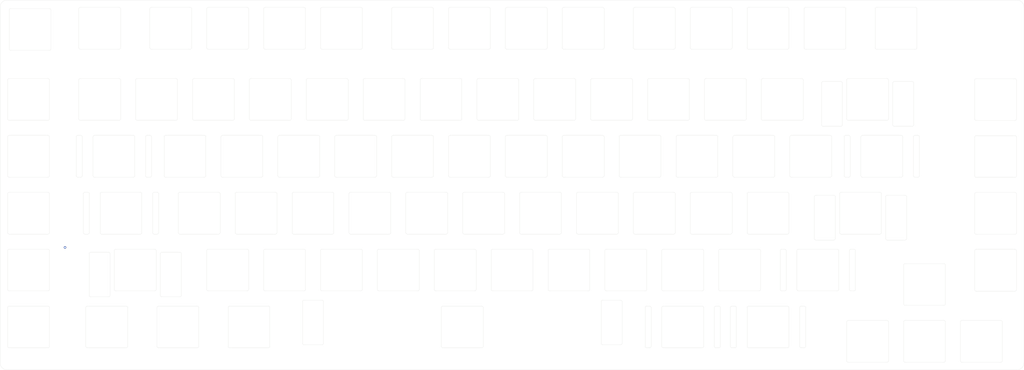
<source format=kicad_pcb>
(kicad_pcb (version 20171130) (host pcbnew "(5.1.4)-1")

  (general
    (thickness 1.6)
    (drawings 864)
    (tracks 1)
    (zones 0)
    (modules 0)
    (nets 1)
  )

  (page A3)
  (layers
    (0 F.Cu signal)
    (31 B.Cu signal)
    (32 B.Adhes user)
    (33 F.Adhes user)
    (34 B.Paste user)
    (35 F.Paste user)
    (36 B.SilkS user)
    (37 F.SilkS user)
    (38 B.Mask user)
    (39 F.Mask user)
    (40 Dwgs.User user)
    (41 Cmts.User user)
    (42 Eco1.User user)
    (43 Eco2.User user)
    (44 Edge.Cuts user)
    (45 Margin user)
    (46 B.CrtYd user)
    (47 F.CrtYd user)
    (48 B.Fab user)
    (49 F.Fab user)
  )

  (setup
    (last_trace_width 0.254)
    (trace_clearance 0.2)
    (zone_clearance 0.508)
    (zone_45_only no)
    (trace_min 0.2)
    (via_size 0.8)
    (via_drill 0.4)
    (via_min_size 0.4)
    (via_min_drill 0.3)
    (uvia_size 0.3)
    (uvia_drill 0.1)
    (uvias_allowed no)
    (uvia_min_size 0.2)
    (uvia_min_drill 0.1)
    (edge_width 0.05)
    (segment_width 0.2)
    (pcb_text_width 0.3)
    (pcb_text_size 1.5 1.5)
    (mod_edge_width 0.12)
    (mod_text_size 1 1)
    (mod_text_width 0.15)
    (pad_size 1.524 1.524)
    (pad_drill 0.762)
    (pad_to_mask_clearance 0.051)
    (solder_mask_min_width 0.25)
    (aux_axis_origin 0 0)
    (visible_elements 7FFFF7FF)
    (pcbplotparams
      (layerselection 0x01000_7ffffffe)
      (usegerberextensions false)
      (usegerberattributes false)
      (usegerberadvancedattributes false)
      (creategerberjobfile false)
      (excludeedgelayer true)
      (linewidth 0.100000)
      (plotframeref false)
      (viasonmask false)
      (mode 1)
      (useauxorigin false)
      (hpglpennumber 1)
      (hpglpenspeed 20)
      (hpglpendiameter 15.000000)
      (psnegative false)
      (psa4output false)
      (plotreference true)
      (plotvalue true)
      (plotinvisibletext false)
      (padsonsilk false)
      (subtractmaskfromsilk false)
      (outputformat 3)
      (mirror false)
      (drillshape 0)
      (scaleselection 1)
      (outputdirectory "svg/"))
  )

  (net 0 "")

  (net_class Default "This is the default net class."
    (clearance 0.2)
    (trace_width 0.254)
    (via_dia 0.8)
    (via_drill 0.4)
    (uvia_dia 0.3)
    (uvia_drill 0.1)
  )

  (net_class Power/GND ""
    (clearance 0.2)
    (trace_width 0.381)
    (via_dia 0.8)
    (via_drill 0.4)
    (uvia_dia 0.3)
    (uvia_drill 0.1)
  )

  (gr_arc (start 17.4625 136.525) (end 15.08125 136.525) (angle -90) (layer Edge.Cuts) (width 0.05))
  (gr_arc (start 355.6 136.525) (end 355.6 138.90625) (angle -90) (layer Edge.Cuts) (width 0.05))
  (gr_arc (start 355.6 17.4625) (end 357.98125 17.4625) (angle -90) (layer Edge.Cuts) (width 0.05))
  (gr_arc (start 17.4625 17.4625) (end 17.4625 15.08125) (angle -90) (layer Edge.Cuts) (width 0.05))
  (gr_line (start 341.97125 98.56) (end 354.97125 98.56) (layer Edge.Cuts) (width 0.05))
  (gr_arc (start 341.97125 99.06) (end 341.97125 98.56) (angle -90) (layer Edge.Cuts) (width 0.05))
  (gr_arc (start 354.97125 112.06) (end 354.97125 112.56) (angle -90) (layer Edge.Cuts) (width 0.05))
  (gr_arc (start 341.97125 112.06) (end 341.47125 112.06) (angle -90) (layer Edge.Cuts) (width 0.05))
  (gr_line (start 355.47125 99.06) (end 355.47125 112.06) (layer Edge.Cuts) (width 0.05))
  (gr_arc (start 354.97125 99.06) (end 355.47125 99.06) (angle -90) (layer Edge.Cuts) (width 0.05))
  (gr_line (start 341.97125 112.56) (end 354.97125 112.56) (layer Edge.Cuts) (width 0.05))
  (gr_line (start 341.47125 99.06) (end 341.47125 112.06) (layer Edge.Cuts) (width 0.05))
  (gr_arc (start 331.15875 135.8725) (end 331.15875 136.3725) (angle -90) (layer Edge.Cuts) (width 0.05))
  (gr_line (start 312.60875 122.8725) (end 312.60875 135.8725) (layer Edge.Cuts) (width 0.05))
  (gr_arc (start 350.20875 135.8725) (end 350.20875 136.3725) (angle -90) (layer Edge.Cuts) (width 0.05))
  (gr_line (start 317.65875 122.8725) (end 317.65875 135.8725) (layer Edge.Cuts) (width 0.05))
  (gr_line (start 17.4625 138.90625) (end 355.6 138.90625) (layer Edge.Cuts) (width 0.05))
  (gr_arc (start 318.15875 122.8725) (end 318.15875 122.3725) (angle -90) (layer Edge.Cuts) (width 0.05))
  (gr_line (start 15.08125 17.4625) (end 15.08125 136.525) (layer Edge.Cuts) (width 0.05))
  (gr_arc (start 350.20875 122.8725) (end 350.70875 122.8725) (angle -90) (layer Edge.Cuts) (width 0.05))
  (gr_arc (start 312.10875 122.8725) (end 312.60875 122.8725) (angle -90) (layer Edge.Cuts) (width 0.05))
  (gr_arc (start 318.15875 135.8725) (end 317.65875 135.8725) (angle -90) (layer Edge.Cuts) (width 0.05))
  (gr_line (start 318.15875 122.3725) (end 331.15875 122.3725) (layer Edge.Cuts) (width 0.05))
  (gr_line (start 336.70875 122.8725) (end 336.70875 135.8725) (layer Edge.Cuts) (width 0.05))
  (gr_line (start 357.98125 17.4625) (end 357.98125 136.525) (layer Edge.Cuts) (width 0.05) (tstamp 5FD939EB))
  (gr_arc (start 337.20875 122.8725) (end 337.20875 122.3725) (angle -90) (layer Edge.Cuts) (width 0.05))
  (gr_line (start 298.60875 122.8725) (end 298.60875 135.8725) (layer Edge.Cuts) (width 0.05))
  (gr_line (start 318.15875 136.3725) (end 331.15875 136.3725) (layer Edge.Cuts) (width 0.05))
  (gr_line (start 350.70875 122.8725) (end 350.70875 135.8725) (layer Edge.Cuts) (width 0.05))
  (gr_arc (start 337.20875 135.8725) (end 336.70875 135.8725) (angle -90) (layer Edge.Cuts) (width 0.05))
  (gr_line (start 331.65875 122.8725) (end 331.65875 135.8725) (layer Edge.Cuts) (width 0.05))
  (gr_arc (start 312.10875 135.8725) (end 312.10875 136.3725) (angle -90) (layer Edge.Cuts) (width 0.05))
  (gr_arc (start 299.10875 135.8725) (end 298.60875 135.8725) (angle -90) (layer Edge.Cuts) (width 0.05))
  (gr_line (start 17.4625 15.08125) (end 355.6 15.08125) (layer Edge.Cuts) (width 0.05))
  (gr_arc (start 331.15875 122.8725) (end 331.65875 122.8725) (angle -90) (layer Edge.Cuts) (width 0.05))
  (gr_line (start 337.20875 136.3725) (end 350.20875 136.3725) (layer Edge.Cuts) (width 0.05))
  (gr_line (start 337.20875 122.3725) (end 350.20875 122.3725) (layer Edge.Cuts) (width 0.05))
  (gr_arc (start 299.10875 122.8725) (end 299.10875 122.3725) (angle -90) (layer Edge.Cuts) (width 0.05))
  (gr_arc (start 216.8775 116.0465) (end 216.8775 115.5465) (angle -90) (layer Edge.Cuts) (width 0.05))
  (gr_arc (start 222.8775 116.0465) (end 223.3775 116.0465) (angle -90) (layer Edge.Cuts) (width 0.05))
  (gr_line (start 283.371249 131.5465) (end 284.37125 131.5465) (layer Edge.Cuts) (width 0.05))
  (gr_arc (start 255.79625 131.0465) (end 255.79625 131.5465) (angle -90) (layer Edge.Cuts) (width 0.05))
  (gr_arc (start 122.8775 116.0465) (end 123.3775 116.0465) (angle -90) (layer Edge.Cuts) (width 0.05))
  (gr_line (start 283.371249 117.5465) (end 284.37125 117.5465) (layer Edge.Cuts) (width 0.05))
  (gr_line (start 231.59625 131.5465) (end 232.59625 131.5465) (layer Edge.Cuts) (width 0.05))
  (gr_line (start 265.77125 131.5465) (end 278.77125 131.5465) (layer Edge.Cuts) (width 0.05))
  (gr_arc (start 231.59625 118.0465) (end 231.59625 117.5465) (angle -90) (layer Edge.Cuts) (width 0.05))
  (gr_line (start 231.09625 118.0465) (end 231.09625 131.0465) (layer Edge.Cuts) (width 0.05))
  (gr_line (start 216.3775 130.0465) (end 216.3775 116.0465) (layer Edge.Cuts) (width 0.05))
  (gr_arc (start 122.8775 130.0465) (end 122.8775 130.5465) (angle -90) (layer Edge.Cuts) (width 0.05))
  (gr_line (start 223.3775 130.0465) (end 223.3775 116.0465) (layer Edge.Cuts) (width 0.05))
  (gr_arc (start 222.8775 130.0465) (end 222.8775 130.5465) (angle -90) (layer Edge.Cuts) (width 0.05))
  (gr_arc (start 231.59625 131.0465) (end 231.09625 131.0465) (angle -90) (layer Edge.Cuts) (width 0.05))
  (gr_line (start 236.69625 118.0465) (end 236.69625 131.0465) (layer Edge.Cuts) (width 0.05))
  (gr_arc (start 237.19625 131.0465) (end 236.69625 131.0465) (angle -90) (layer Edge.Cuts) (width 0.05))
  (gr_arc (start 250.19625 131.0465) (end 250.19625 131.5465) (angle -90) (layer Edge.Cuts) (width 0.05))
  (gr_line (start 237.19625 131.5465) (end 250.19625 131.5465) (layer Edge.Cuts) (width 0.05))
  (gr_line (start 261.67125 118.0465) (end 261.67125 131.0465) (layer Edge.Cuts) (width 0.05))
  (gr_line (start 260.17125 131.5465) (end 261.17125 131.5465) (layer Edge.Cuts) (width 0.05))
  (gr_arc (start 265.77125 131.0465) (end 265.27125 131.0465) (angle -90) (layer Edge.Cuts) (width 0.05))
  (gr_arc (start 254.79625 131.0465) (end 254.29625 131.0465) (angle -90) (layer Edge.Cuts) (width 0.05))
  (gr_line (start 254.79625 131.5465) (end 255.79625 131.5465) (layer Edge.Cuts) (width 0.05))
  (gr_arc (start 250.19625 118.0465) (end 250.69625 118.0465) (angle -90) (layer Edge.Cuts) (width 0.05))
  (gr_arc (start 116.8775 130.0465) (end 116.3775 130.0465) (angle -90) (layer Edge.Cuts) (width 0.05))
  (gr_arc (start 265.77125 118.0465) (end 265.77125 117.5465) (angle -90) (layer Edge.Cuts) (width 0.05))
  (gr_line (start 254.29625 118.0465) (end 254.29625 131.0465) (layer Edge.Cuts) (width 0.05))
  (gr_line (start 250.69625 118.0465) (end 250.69625 131.0465) (layer Edge.Cuts) (width 0.05))
  (gr_line (start 222.8775 115.5465) (end 216.8775 115.5465) (layer Edge.Cuts) (width 0.05))
  (gr_line (start 116.3775 130.0465) (end 116.3775 116.0465) (layer Edge.Cuts) (width 0.05))
  (gr_line (start 256.29625 118.0465) (end 256.29625 131.0465) (layer Edge.Cuts) (width 0.05))
  (gr_line (start 237.19625 117.5465) (end 250.19625 117.5465) (layer Edge.Cuts) (width 0.05))
  (gr_line (start 254.79625 117.5465) (end 255.79625 117.5465) (layer Edge.Cuts) (width 0.05))
  (gr_arc (start 116.8775 116.0465) (end 116.8775 115.5465) (angle -90) (layer Edge.Cuts) (width 0.05))
  (gr_line (start 282.871249 118.0465) (end 282.871249 131.0465) (layer Edge.Cuts) (width 0.05))
  (gr_line (start 222.8775 130.5465) (end 216.8775 130.5465) (layer Edge.Cuts) (width 0.05))
  (gr_arc (start 216.8775 130.0465) (end 216.3775 130.0465) (angle -90) (layer Edge.Cuts) (width 0.05))
  (gr_arc (start 255.79625 118.0465) (end 256.29625 118.0465) (angle -90) (layer Edge.Cuts) (width 0.05))
  (gr_line (start 299.10875 136.3725) (end 312.10875 136.3725) (layer Edge.Cuts) (width 0.05))
  (gr_arc (start 283.371249 131.0465) (end 282.871249 131.0465) (angle -90) (layer Edge.Cuts) (width 0.05))
  (gr_arc (start 284.37125 118.0465) (end 284.87125 118.0465) (angle -90) (layer Edge.Cuts) (width 0.05))
  (gr_line (start 279.27125 118.0465) (end 279.27125 131.0465) (layer Edge.Cuts) (width 0.05))
  (gr_arc (start 237.19625 118.0465) (end 237.19625 117.5465) (angle -90) (layer Edge.Cuts) (width 0.05))
  (gr_line (start 299.10875 122.3725) (end 312.10875 122.3725) (layer Edge.Cuts) (width 0.05))
  (gr_line (start 259.67125 118.0465) (end 259.67125 131.0465) (layer Edge.Cuts) (width 0.05))
  (gr_arc (start 261.17125 131.0465) (end 261.17125 131.5465) (angle -90) (layer Edge.Cuts) (width 0.05))
  (gr_arc (start 260.17125 131.0465) (end 259.67125 131.0465) (angle -90) (layer Edge.Cuts) (width 0.05))
  (gr_arc (start 261.17125 118.0465) (end 261.67125 118.0465) (angle -90) (layer Edge.Cuts) (width 0.05))
  (gr_arc (start 284.37125 131.0465) (end 284.37125 131.5465) (angle -90) (layer Edge.Cuts) (width 0.05))
  (gr_line (start 123.3775 130.0465) (end 123.3775 116.0465) (layer Edge.Cuts) (width 0.05))
  (gr_arc (start 232.59625 131.0465) (end 232.59625 131.5465) (angle -90) (layer Edge.Cuts) (width 0.05))
  (gr_line (start 284.87125 118.0465) (end 284.87125 131.0465) (layer Edge.Cuts) (width 0.05))
  (gr_arc (start 278.77125 118.0465) (end 279.27125 118.0465) (angle -90) (layer Edge.Cuts) (width 0.05))
  (gr_arc (start 232.59625 118.0465) (end 233.09625 118.0465) (angle -90) (layer Edge.Cuts) (width 0.05))
  (gr_line (start 231.59625 117.5465) (end 232.59625 117.5465) (layer Edge.Cuts) (width 0.05))
  (gr_arc (start 260.17125 118.0465) (end 260.17125 117.5465) (angle -90) (layer Edge.Cuts) (width 0.05))
  (gr_line (start 265.77125 117.5465) (end 278.77125 117.5465) (layer Edge.Cuts) (width 0.05))
  (gr_line (start 260.17125 117.5465) (end 261.17125 117.5465) (layer Edge.Cuts) (width 0.05))
  (gr_arc (start 283.371249 118.0465) (end 283.371249 117.5465) (angle -90) (layer Edge.Cuts) (width 0.05))
  (gr_arc (start 278.77125 131.0465) (end 278.77125 131.5465) (angle -90) (layer Edge.Cuts) (width 0.05))
  (gr_arc (start 254.79625 118.0465) (end 254.79625 117.5465) (angle -90) (layer Edge.Cuts) (width 0.05))
  (gr_line (start 265.27125 118.0465) (end 265.27125 131.0465) (layer Edge.Cuts) (width 0.05))
  (gr_line (start 233.09625 118.0465) (end 233.09625 131.0465) (layer Edge.Cuts) (width 0.05))
  (gr_line (start 278.339999 98.9965) (end 278.339999 111.9965) (layer Edge.Cuts) (width 0.05))
  (gr_line (start 122.8775 115.5465) (end 116.8775 115.5465) (layer Edge.Cuts) (width 0.05))
  (gr_arc (start 176.3775 118.0465) (end 176.8775 118.0465) (angle -90) (layer Edge.Cuts) (width 0.05))
  (gr_line (start 18.12125 131.5465) (end 31.121249 131.5465) (layer Edge.Cuts) (width 0.05))
  (gr_line (start 68.1275 117.5465) (end 81.1275 117.5465) (layer Edge.Cuts) (width 0.05))
  (gr_line (start 18.12125 117.5465) (end 31.121249 117.5465) (layer Edge.Cuts) (width 0.05))
  (gr_line (start 318.15875 117.3225) (end 331.15875 117.3225) (layer Edge.Cuts) (width 0.05))
  (gr_arc (start 91.94 131.0465) (end 91.44 131.0465) (angle -90) (layer Edge.Cuts) (width 0.05))
  (gr_arc (start 18.12125 118.0465) (end 18.12125 117.5465) (angle -90) (layer Edge.Cuts) (width 0.05))
  (gr_arc (start 331.15875 103.8225) (end 331.65875 103.8225) (angle -90) (layer Edge.Cuts) (width 0.05))
  (gr_line (start 91.94 117.5465) (end 104.94 117.5465) (layer Edge.Cuts) (width 0.05))
  (gr_line (start 57.815 118.0465) (end 57.815 131.0465) (layer Edge.Cuts) (width 0.05))
  (gr_line (start 122.8775 130.5465) (end 116.8775 130.5465) (layer Edge.Cuts) (width 0.05))
  (gr_arc (start 176.3775 131.0465) (end 176.3775 131.5465) (angle -90) (layer Edge.Cuts) (width 0.05))
  (gr_line (start 163.3775 131.5465) (end 176.3775 131.5465) (layer Edge.Cuts) (width 0.05))
  (gr_line (start 276.339999 98.9965) (end 276.339999 111.9965) (layer Edge.Cuts) (width 0.05))
  (gr_arc (start 163.3775 131.0465) (end 162.8775 131.0465) (angle -90) (layer Edge.Cuts) (width 0.05))
  (gr_line (start 91.44 118.0465) (end 91.44 131.0465) (layer Edge.Cuts) (width 0.05))
  (gr_arc (start 57.315 118.0465) (end 57.815 118.0465) (angle -90) (layer Edge.Cuts) (width 0.05))
  (gr_arc (start 163.3775 118.0465) (end 163.3775 117.5465) (angle -90) (layer Edge.Cuts) (width 0.05))
  (gr_line (start 105.44 118.0465) (end 105.44 131.0465) (layer Edge.Cuts) (width 0.05))
  (gr_arc (start 277.839999 111.9965) (end 277.839999 112.4965) (angle -90) (layer Edge.Cuts) (width 0.05))
  (gr_line (start 176.8775 118.0465) (end 176.8775 131.0465) (layer Edge.Cuts) (width 0.05))
  (gr_arc (start 277.839999 98.9965) (end 278.339999 98.9965) (angle -90) (layer Edge.Cuts) (width 0.05))
  (gr_arc (start 68.1275 131.0465) (end 67.6275 131.0465) (angle -90) (layer Edge.Cuts) (width 0.05))
  (gr_arc (start 18.12125 131.0465) (end 17.62125 131.0465) (angle -90) (layer Edge.Cuts) (width 0.05))
  (gr_line (start 81.6275 118.0465) (end 81.6275 131.0465) (layer Edge.Cuts) (width 0.05))
  (gr_arc (start 57.315 131.0465) (end 57.315 131.5465) (angle -90) (layer Edge.Cuts) (width 0.05))
  (gr_line (start 44.315 131.5465) (end 57.315 131.5465) (layer Edge.Cuts) (width 0.05))
  (gr_arc (start 318.15875 116.8225) (end 317.65875 116.8225) (angle -90) (layer Edge.Cuts) (width 0.05))
  (gr_line (start 163.3775 117.5465) (end 176.3775 117.5465) (layer Edge.Cuts) (width 0.05))
  (gr_arc (start 91.94 118.0465) (end 91.94 117.5465) (angle -90) (layer Edge.Cuts) (width 0.05))
  (gr_arc (start 318.15875 103.8225) (end 318.15875 103.3225) (angle -90) (layer Edge.Cuts) (width 0.05))
  (gr_arc (start 81.1275 118.0465) (end 81.6275 118.0465) (angle -90) (layer Edge.Cuts) (width 0.05))
  (gr_line (start 317.65875 103.8225) (end 317.65875 116.8225) (layer Edge.Cuts) (width 0.05))
  (gr_line (start 43.815 118.0465) (end 43.815 131.0465) (layer Edge.Cuts) (width 0.05))
  (gr_line (start 31.621249 118.0465) (end 31.621249 131.0465) (layer Edge.Cuts) (width 0.05))
  (gr_arc (start 276.839999 98.9965) (end 276.839999 98.4965) (angle -90) (layer Edge.Cuts) (width 0.05))
  (gr_arc (start 104.94 131.0465) (end 104.94 131.5465) (angle -90) (layer Edge.Cuts) (width 0.05))
  (gr_line (start 331.65875 103.8225) (end 331.65875 116.8225) (layer Edge.Cuts) (width 0.05))
  (gr_arc (start 81.1275 131.0465) (end 81.1275 131.5465) (angle -90) (layer Edge.Cuts) (width 0.05))
  (gr_arc (start 68.1275 118.0465) (end 68.1275 117.5465) (angle -90) (layer Edge.Cuts) (width 0.05))
  (gr_arc (start 44.315 118.0465) (end 44.315 117.5465) (angle -90) (layer Edge.Cuts) (width 0.05))
  (gr_line (start 318.15875 103.3225) (end 331.15875 103.3225) (layer Edge.Cuts) (width 0.05))
  (gr_line (start 44.315 117.5465) (end 57.315 117.5465) (layer Edge.Cuts) (width 0.05))
  (gr_arc (start 31.121249 131.0465) (end 31.121249 131.5465) (angle -90) (layer Edge.Cuts) (width 0.05))
  (gr_arc (start 276.839999 111.9965) (end 276.339999 111.9965) (angle -90) (layer Edge.Cuts) (width 0.05))
  (gr_line (start 91.94 131.5465) (end 104.94 131.5465) (layer Edge.Cuts) (width 0.05))
  (gr_arc (start 331.15875 116.8225) (end 331.15875 117.3225) (angle -90) (layer Edge.Cuts) (width 0.05))
  (gr_arc (start 44.315 131.0465) (end 43.815 131.0465) (angle -90) (layer Edge.Cuts) (width 0.05))
  (gr_line (start 162.8775 118.0465) (end 162.8775 131.0465) (layer Edge.Cuts) (width 0.05))
  (gr_line (start 17.62125 118.0465) (end 17.62125 131.0465) (layer Edge.Cuts) (width 0.05))
  (gr_arc (start 104.94 118.0465) (end 105.44 118.0465) (angle -90) (layer Edge.Cuts) (width 0.05))
  (gr_line (start 67.6275 118.0465) (end 67.6275 131.0465) (layer Edge.Cuts) (width 0.05))
  (gr_line (start 68.1275 131.5465) (end 81.1275 131.5465) (layer Edge.Cuts) (width 0.05))
  (gr_arc (start 31.121249 118.0465) (end 31.621249 118.0465) (angle -90) (layer Edge.Cuts) (width 0.05))
  (gr_line (start 300.04 98.4965) (end 301.04 98.4965) (layer Edge.Cuts) (width 0.05))
  (gr_line (start 193.54625 98.9965) (end 193.54625 111.9965) (layer Edge.Cuts) (width 0.05))
  (gr_arc (start 269.24625 111.9965) (end 269.24625 112.4965) (angle -90) (layer Edge.Cuts) (width 0.05))
  (gr_arc (start 199.09625 111.9965) (end 198.59625 111.9965) (angle -90) (layer Edge.Cuts) (width 0.05))
  (gr_line (start 198.59625 98.9965) (end 198.59625 111.9965) (layer Edge.Cuts) (width 0.05))
  (gr_arc (start 237.19625 111.9965) (end 236.69625 111.9965) (angle -90) (layer Edge.Cuts) (width 0.05))
  (gr_line (start 282.44 98.4965) (end 295.44 98.4965) (layer Edge.Cuts) (width 0.05))
  (gr_line (start 276.839999 112.4965) (end 277.839999 112.4965) (layer Edge.Cuts) (width 0.05))
  (gr_line (start 276.839999 98.4965) (end 277.839999 98.4965) (layer Edge.Cuts) (width 0.05))
  (gr_line (start 269.74625 98.9965) (end 269.74625 111.9965) (layer Edge.Cuts) (width 0.05))
  (gr_arc (start 301.04 98.9965) (end 301.54 98.9965) (angle -90) (layer Edge.Cuts) (width 0.05))
  (gr_line (start 179.54625 98.9965) (end 179.54625 111.9965) (layer Edge.Cuts) (width 0.05))
  (gr_line (start 301.54 98.9965) (end 301.54 111.9965) (layer Edge.Cuts) (width 0.05))
  (gr_arc (start 193.04625 98.9965) (end 193.54625 98.9965) (angle -90) (layer Edge.Cuts) (width 0.05))
  (gr_arc (start 301.04 111.9965) (end 301.04 112.4965) (angle -90) (layer Edge.Cuts) (width 0.05))
  (gr_arc (start 256.24625 111.9965) (end 255.74625 111.9965) (angle -90) (layer Edge.Cuts) (width 0.05))
  (gr_line (start 180.04625 98.4965) (end 193.04625 98.4965) (layer Edge.Cuts) (width 0.05))
  (gr_arc (start 173.99625 98.9965) (end 174.49625 98.9965) (angle -90) (layer Edge.Cuts) (width 0.05))
  (gr_arc (start 300.04 111.9965) (end 299.54 111.9965) (angle -90) (layer Edge.Cuts) (width 0.05))
  (gr_line (start 250.69625 98.9965) (end 250.69625 111.9965) (layer Edge.Cuts) (width 0.05))
  (gr_arc (start 295.44 111.9965) (end 295.44 112.4965) (angle -90) (layer Edge.Cuts) (width 0.05))
  (gr_line (start 199.09625 98.4965) (end 212.09625 98.4965) (layer Edge.Cuts) (width 0.05))
  (gr_arc (start 218.14625 111.9965) (end 217.64625 111.9965) (angle -90) (layer Edge.Cuts) (width 0.05))
  (gr_arc (start 282.44 111.9965) (end 281.94 111.9965) (angle -90) (layer Edge.Cuts) (width 0.05))
  (gr_arc (start 212.09625 98.9965) (end 212.59625 98.9965) (angle -90) (layer Edge.Cuts) (width 0.05))
  (gr_line (start 281.94 98.9965) (end 281.94 111.9965) (layer Edge.Cuts) (width 0.05))
  (gr_arc (start 282.44 98.9965) (end 282.44 98.4965) (angle -90) (layer Edge.Cuts) (width 0.05))
  (gr_line (start 295.94 98.9965) (end 295.94 111.9965) (layer Edge.Cuts) (width 0.05))
  (gr_line (start 231.64625 98.9965) (end 231.64625 111.9965) (layer Edge.Cuts) (width 0.05))
  (gr_arc (start 180.04625 98.9965) (end 180.04625 98.4965) (angle -90) (layer Edge.Cuts) (width 0.05))
  (gr_line (start 282.44 112.4965) (end 295.44 112.4965) (layer Edge.Cuts) (width 0.05))
  (gr_arc (start 269.24625 98.9965) (end 269.74625 98.9965) (angle -90) (layer Edge.Cuts) (width 0.05))
  (gr_arc (start 256.24625 98.9965) (end 256.24625 98.4965) (angle -90) (layer Edge.Cuts) (width 0.05))
  (gr_line (start 256.24625 112.4965) (end 269.24625 112.4965) (layer Edge.Cuts) (width 0.05))
  (gr_arc (start 250.19625 98.9965) (end 250.69625 98.9965) (angle -90) (layer Edge.Cuts) (width 0.05))
  (gr_line (start 256.24625 98.4965) (end 269.24625 98.4965) (layer Edge.Cuts) (width 0.05))
  (gr_line (start 237.19625 112.4965) (end 250.19625 112.4965) (layer Edge.Cuts) (width 0.05))
  (gr_line (start 237.19625 98.4965) (end 250.19625 98.4965) (layer Edge.Cuts) (width 0.05))
  (gr_arc (start 231.14625 111.9965) (end 231.14625 112.4965) (angle -90) (layer Edge.Cuts) (width 0.05))
  (gr_line (start 217.64625 98.9965) (end 217.64625 111.9965) (layer Edge.Cuts) (width 0.05))
  (gr_line (start 218.14625 98.4965) (end 231.14625 98.4965) (layer Edge.Cuts) (width 0.05))
  (gr_line (start 160.49625 98.9965) (end 160.49625 111.9965) (layer Edge.Cuts) (width 0.05))
  (gr_line (start 212.59625 98.9965) (end 212.59625 111.9965) (layer Edge.Cuts) (width 0.05))
  (gr_arc (start 160.99625 111.9965) (end 160.49625 111.9965) (angle -90) (layer Edge.Cuts) (width 0.05))
  (gr_line (start 174.49625 98.9965) (end 174.49625 111.9965) (layer Edge.Cuts) (width 0.05))
  (gr_arc (start 300.04 98.9965) (end 300.04 98.4965) (angle -90) (layer Edge.Cuts) (width 0.05))
  (gr_arc (start 193.04625 111.9965) (end 193.04625 112.4965) (angle -90) (layer Edge.Cuts) (width 0.05))
  (gr_line (start 236.69625 98.9965) (end 236.69625 111.9965) (layer Edge.Cuts) (width 0.05))
  (gr_line (start 180.04625 112.4965) (end 193.04625 112.4965) (layer Edge.Cuts) (width 0.05))
  (gr_arc (start 250.19625 111.9965) (end 250.19625 112.4965) (angle -90) (layer Edge.Cuts) (width 0.05))
  (gr_line (start 299.54 98.9965) (end 299.54 111.9965) (layer Edge.Cuts) (width 0.05))
  (gr_line (start 300.04 112.4965) (end 301.04 112.4965) (layer Edge.Cuts) (width 0.05))
  (gr_arc (start 295.44 98.9965) (end 295.94 98.9965) (angle -90) (layer Edge.Cuts) (width 0.05))
  (gr_line (start 255.74625 98.9965) (end 255.74625 111.9965) (layer Edge.Cuts) (width 0.05))
  (gr_arc (start 173.99625 111.9965) (end 173.99625 112.4965) (angle -90) (layer Edge.Cuts) (width 0.05))
  (gr_arc (start 231.14625 98.9965) (end 231.64625 98.9965) (angle -90) (layer Edge.Cuts) (width 0.05))
  (gr_arc (start 218.14625 98.9965) (end 218.14625 98.4965) (angle -90) (layer Edge.Cuts) (width 0.05))
  (gr_arc (start 199.09625 98.9965) (end 199.09625 98.4965) (angle -90) (layer Edge.Cuts) (width 0.05))
  (gr_arc (start 212.09625 111.9965) (end 212.09625 112.4965) (angle -90) (layer Edge.Cuts) (width 0.05))
  (gr_line (start 199.09625 112.4965) (end 212.09625 112.4965) (layer Edge.Cuts) (width 0.05))
  (gr_arc (start 160.99625 98.9965) (end 160.99625 98.4965) (angle -90) (layer Edge.Cuts) (width 0.05))
  (gr_arc (start 237.19625 98.9965) (end 237.19625 98.4965) (angle -90) (layer Edge.Cuts) (width 0.05))
  (gr_line (start 218.14625 112.4965) (end 231.14625 112.4965) (layer Edge.Cuts) (width 0.05))
  (gr_arc (start 180.04625 111.9965) (end 179.54625 111.9965) (angle -90) (layer Edge.Cuts) (width 0.05))
  (gr_arc (start 75.278 113.9965) (end 75.278 114.4965) (angle -90) (layer Edge.Cuts) (width 0.05))
  (gr_line (start 160.99625 98.4965) (end 173.99625 98.4965) (layer Edge.Cuts) (width 0.05))
  (gr_arc (start 154.94625 111.9965) (end 154.94625 112.4965) (angle -90) (layer Edge.Cuts) (width 0.05))
  (gr_arc (start 141.94625 111.9965) (end 141.44625 111.9965) (angle -90) (layer Edge.Cuts) (width 0.05))
  (gr_arc (start 154.94625 98.9965) (end 155.44625 98.9965) (angle -90) (layer Edge.Cuts) (width 0.05))
  (gr_line (start 103.84625 112.4965) (end 116.84625 112.4965) (layer Edge.Cuts) (width 0.05))
  (gr_arc (start 141.94625 98.9965) (end 141.94625 98.4965) (angle -90) (layer Edge.Cuts) (width 0.05))
  (gr_line (start 141.44625 98.9965) (end 141.44625 111.9965) (layer Edge.Cuts) (width 0.05))
  (gr_arc (start 103.84625 111.9965) (end 103.34625 111.9965) (angle -90) (layer Edge.Cuts) (width 0.05))
  (gr_line (start 51.901999 99.9965) (end 51.901999 113.9965) (layer Edge.Cuts) (width 0.05))
  (gr_line (start 155.44625 98.9965) (end 155.44625 111.9965) (layer Edge.Cuts) (width 0.05))
  (gr_line (start 141.94625 112.4965) (end 154.94625 112.4965) (layer Edge.Cuts) (width 0.05))
  (gr_line (start 141.94625 98.4965) (end 154.94625 98.4965) (layer Edge.Cuts) (width 0.05))
  (gr_arc (start 135.89625 111.9965) (end 135.89625 112.4965) (angle -90) (layer Edge.Cuts) (width 0.05))
  (gr_arc (start 122.89625 111.9965) (end 122.39625 111.9965) (angle -90) (layer Edge.Cuts) (width 0.05))
  (gr_arc (start 122.89625 98.9965) (end 122.89625 98.4965) (angle -90) (layer Edge.Cuts) (width 0.05))
  (gr_arc (start 135.89625 98.9965) (end 136.39625 98.9965) (angle -90) (layer Edge.Cuts) (width 0.05))
  (gr_arc (start 84.79625 111.9965) (end 84.29625 111.9965) (angle -90) (layer Edge.Cuts) (width 0.05))
  (gr_line (start 84.79625 112.4965) (end 97.79625 112.4965) (layer Edge.Cuts) (width 0.05))
  (gr_line (start 45.402 114.4965) (end 51.401999 114.4965) (layer Edge.Cuts) (width 0.05))
  (gr_arc (start 66.84 98.9965) (end 67.34 98.9965) (angle -90) (layer Edge.Cuts) (width 0.05))
  (gr_arc (start 31.121249 98.9965) (end 31.621249 98.9965) (angle -90) (layer Edge.Cuts) (width 0.05))
  (gr_line (start 53.34 98.9965) (end 53.34 111.9965) (layer Edge.Cuts) (width 0.05))
  (gr_line (start 53.84 112.4965) (end 66.84 112.4965) (layer Edge.Cuts) (width 0.05))
  (gr_line (start 136.39625 98.9965) (end 136.39625 111.9965) (layer Edge.Cuts) (width 0.05))
  (gr_line (start 122.39625 98.9965) (end 122.39625 111.9965) (layer Edge.Cuts) (width 0.05))
  (gr_line (start 122.89625 98.4965) (end 135.89625 98.4965) (layer Edge.Cuts) (width 0.05))
  (gr_line (start 103.84625 98.4965) (end 116.84625 98.4965) (layer Edge.Cuts) (width 0.05))
  (gr_arc (start 45.402 113.9965) (end 44.902 113.9965) (angle -90) (layer Edge.Cuts) (width 0.05))
  (gr_arc (start 53.84 98.9965) (end 53.84 98.4965) (angle -90) (layer Edge.Cuts) (width 0.05))
  (gr_arc (start 18.12125 98.9965) (end 18.12125 98.4965) (angle -90) (layer Edge.Cuts) (width 0.05))
  (gr_line (start 44.902 99.9965) (end 44.902 113.9965) (layer Edge.Cuts) (width 0.05))
  (gr_line (start 45.402 99.4965) (end 51.401999 99.4965) (layer Edge.Cuts) (width 0.05))
  (gr_line (start 75.778 99.9965) (end 75.778 113.9965) (layer Edge.Cuts) (width 0.05))
  (gr_line (start 68.778 99.9965) (end 68.778 113.9965) (layer Edge.Cuts) (width 0.05))
  (gr_arc (start 116.84625 111.9965) (end 116.84625 112.4965) (angle -90) (layer Edge.Cuts) (width 0.05))
  (gr_arc (start 103.84625 98.9965) (end 103.84625 98.4965) (angle -90) (layer Edge.Cuts) (width 0.05))
  (gr_line (start 31.621249 98.9965) (end 31.621249 111.9965) (layer Edge.Cuts) (width 0.05))
  (gr_line (start 117.34625 98.9965) (end 117.34625 111.9965) (layer Edge.Cuts) (width 0.05))
  (gr_line (start 98.29625 98.9965) (end 98.29625 111.9965) (layer Edge.Cuts) (width 0.05))
  (gr_arc (start 51.401999 99.9965) (end 51.901999 99.9965) (angle -90) (layer Edge.Cuts) (width 0.05))
  (gr_arc (start 84.79625 98.9965) (end 84.79625 98.4965) (angle -90) (layer Edge.Cuts) (width 0.05))
  (gr_line (start 103.34625 98.9965) (end 103.34625 111.9965) (layer Edge.Cuts) (width 0.05))
  (gr_arc (start 97.79625 98.9965) (end 98.29625 98.9965) (angle -90) (layer Edge.Cuts) (width 0.05))
  (gr_line (start 84.29625 98.9965) (end 84.29625 111.9965) (layer Edge.Cuts) (width 0.05))
  (gr_line (start 17.62125 98.9965) (end 17.62125 111.9965) (layer Edge.Cuts) (width 0.05))
  (gr_arc (start 75.278 99.9965) (end 75.778 99.9965) (angle -90) (layer Edge.Cuts) (width 0.05))
  (gr_line (start 69.278 114.4965) (end 75.278 114.4965) (layer Edge.Cuts) (width 0.05))
  (gr_arc (start 53.84 111.9965) (end 53.34 111.9965) (angle -90) (layer Edge.Cuts) (width 0.05))
  (gr_arc (start 18.12125 111.9965) (end 17.62125 111.9965) (angle -90) (layer Edge.Cuts) (width 0.05))
  (gr_line (start 53.84 98.4965) (end 66.84 98.4965) (layer Edge.Cuts) (width 0.05))
  (gr_arc (start 66.84 111.9965) (end 66.84 112.4965) (angle -90) (layer Edge.Cuts) (width 0.05))
  (gr_line (start 122.89625 112.4965) (end 135.89625 112.4965) (layer Edge.Cuts) (width 0.05))
  (gr_arc (start 116.84625 98.9965) (end 117.34625 98.9965) (angle -90) (layer Edge.Cuts) (width 0.05))
  (gr_arc (start 97.79625 111.9965) (end 97.79625 112.4965) (angle -90) (layer Edge.Cuts) (width 0.05))
  (gr_arc (start 69.278 113.9965) (end 68.778 113.9965) (angle -90) (layer Edge.Cuts) (width 0.05))
  (gr_line (start 84.79625 98.4965) (end 97.79625 98.4965) (layer Edge.Cuts) (width 0.05))
  (gr_arc (start 51.401999 113.9965) (end 51.401999 114.4965) (angle -90) (layer Edge.Cuts) (width 0.05))
  (gr_line (start 67.34 98.9965) (end 67.34 111.9965) (layer Edge.Cuts) (width 0.05))
  (gr_arc (start 69.278 99.9965) (end 69.278 99.4965) (angle -90) (layer Edge.Cuts) (width 0.05))
  (gr_line (start 69.278 99.4965) (end 75.278 99.4965) (layer Edge.Cuts) (width 0.05))
  (gr_arc (start 31.121249 111.9965) (end 31.121249 112.4965) (angle -90) (layer Edge.Cuts) (width 0.05))
  (gr_arc (start 45.402 99.9965) (end 45.402 99.4965) (angle -90) (layer Edge.Cuts) (width 0.05))
  (gr_line (start 160.99625 112.4965) (end 173.99625 112.4965) (layer Edge.Cuts) (width 0.05))
  (gr_arc (start 246.72125 92.9465) (end 246.22125 92.9465) (angle -90) (layer Edge.Cuts) (width 0.05))
  (gr_line (start 341.97125 93.51) (end 354.97125 93.51) (layer Edge.Cuts) (width 0.05))
  (gr_arc (start 294.2895 94.9465) (end 294.2895 95.4465) (angle -90) (layer Edge.Cuts) (width 0.05))
  (gr_line (start 294.7895 80.9465) (end 294.7895 94.9465) (layer Edge.Cuts) (width 0.05))
  (gr_line (start 288.2895 95.4465) (end 294.2895 95.4465) (layer Edge.Cuts) (width 0.05))
  (gr_arc (start 312.1655 94.9465) (end 311.6655 94.9465) (angle -90) (layer Edge.Cuts) (width 0.05))
  (gr_arc (start 288.2895 94.9465) (end 287.7895 94.9465) (angle -90) (layer Edge.Cuts) (width 0.05))
  (gr_arc (start 265.77125 79.9465) (end 265.77125 79.4465) (angle -90) (layer Edge.Cuts) (width 0.05))
  (gr_line (start 311.6655 80.9465) (end 311.6655 94.9465) (layer Edge.Cuts) (width 0.05))
  (gr_line (start 265.27125 79.9465) (end 265.27125 92.9465) (layer Edge.Cuts) (width 0.05))
  (gr_arc (start 318.1655 80.9465) (end 318.6655 80.9465) (angle -90) (layer Edge.Cuts) (width 0.05))
  (gr_line (start 296.2275 79.9465) (end 296.2275 92.9465) (layer Edge.Cuts) (width 0.05))
  (gr_line (start 312.1655 95.4465) (end 318.1655 95.4465) (layer Edge.Cuts) (width 0.05))
  (gr_line (start 18.12125 112.4965) (end 31.121249 112.4965) (layer Edge.Cuts) (width 0.05))
  (gr_line (start 18.12125 98.4965) (end 31.121249 98.4965) (layer Edge.Cuts) (width 0.05))
  (gr_arc (start 354.97125 93.01) (end 354.97125 93.51) (angle -90) (layer Edge.Cuts) (width 0.05))
  (gr_arc (start 341.97125 93.01) (end 341.47125 93.01) (angle -90) (layer Edge.Cuts) (width 0.05))
  (gr_arc (start 354.97125 80.01) (end 355.47125 80.01) (angle -90) (layer Edge.Cuts) (width 0.05))
  (gr_line (start 296.7275 79.4465) (end 309.7275 79.4465) (layer Edge.Cuts) (width 0.05))
  (gr_line (start 265.77125 79.4465) (end 278.77125 79.4465) (layer Edge.Cuts) (width 0.05))
  (gr_arc (start 227.67125 79.9465) (end 227.67125 79.4465) (angle -90) (layer Edge.Cuts) (width 0.05))
  (gr_arc (start 208.62125 79.9465) (end 208.62125 79.4465) (angle -90) (layer Edge.Cuts) (width 0.05))
  (gr_line (start 227.67125 93.4465) (end 240.67125 93.4465) (layer Edge.Cuts) (width 0.05))
  (gr_line (start 227.67125 79.4465) (end 240.67125 79.4465) (layer Edge.Cuts) (width 0.05))
  (gr_arc (start 341.97125 80.01) (end 341.97125 79.51) (angle -90) (layer Edge.Cuts) (width 0.05))
  (gr_line (start 355.47125 80.01) (end 355.47125 93.01) (layer Edge.Cuts) (width 0.05))
  (gr_line (start 287.7895 80.9465) (end 287.7895 94.9465) (layer Edge.Cuts) (width 0.05))
  (gr_arc (start 278.77125 92.9465) (end 278.77125 93.4465) (angle -90) (layer Edge.Cuts) (width 0.05))
  (gr_arc (start 296.7275 79.9465) (end 296.7275 79.4465) (angle -90) (layer Edge.Cuts) (width 0.05))
  (gr_line (start 241.17125 79.9465) (end 241.17125 92.9465) (layer Edge.Cuts) (width 0.05))
  (gr_line (start 222.12125 79.9465) (end 222.12125 92.9465) (layer Edge.Cuts) (width 0.05))
  (gr_line (start 265.77125 93.4465) (end 278.77125 93.4465) (layer Edge.Cuts) (width 0.05))
  (gr_arc (start 259.72125 92.9465) (end 259.72125 93.4465) (angle -90) (layer Edge.Cuts) (width 0.05))
  (gr_line (start 246.22125 79.9465) (end 246.22125 92.9465) (layer Edge.Cuts) (width 0.05))
  (gr_line (start 246.72125 93.4465) (end 259.72125 93.4465) (layer Edge.Cuts) (width 0.05))
  (gr_arc (start 294.2895 80.9465) (end 294.7895 80.9465) (angle -90) (layer Edge.Cuts) (width 0.05))
  (gr_line (start 296.7275 93.4465) (end 309.7275 93.4465) (layer Edge.Cuts) (width 0.05))
  (gr_line (start 208.12125 79.9465) (end 208.12125 92.9465) (layer Edge.Cuts) (width 0.05))
  (gr_line (start 312.1655 80.4465) (end 318.1655 80.4465) (layer Edge.Cuts) (width 0.05))
  (gr_arc (start 309.7275 92.9465) (end 309.7275 93.4465) (angle -90) (layer Edge.Cuts) (width 0.05))
  (gr_line (start 341.47125 80.01) (end 341.47125 93.01) (layer Edge.Cuts) (width 0.05))
  (gr_line (start 341.97125 79.51) (end 354.97125 79.51) (layer Edge.Cuts) (width 0.05))
  (gr_arc (start 288.2895 80.9465) (end 288.2895 80.4465) (angle -90) (layer Edge.Cuts) (width 0.05))
  (gr_line (start 288.2895 80.4465) (end 294.2895 80.4465) (layer Edge.Cuts) (width 0.05))
  (gr_arc (start 318.1655 94.9465) (end 318.1655 95.4465) (angle -90) (layer Edge.Cuts) (width 0.05))
  (gr_arc (start 312.1655 80.9465) (end 312.1655 80.4465) (angle -90) (layer Edge.Cuts) (width 0.05))
  (gr_arc (start 246.72125 79.9465) (end 246.72125 79.4465) (angle -90) (layer Edge.Cuts) (width 0.05))
  (gr_line (start 246.72125 79.4465) (end 259.72125 79.4465) (layer Edge.Cuts) (width 0.05))
  (gr_arc (start 240.67125 79.9465) (end 241.17125 79.9465) (angle -90) (layer Edge.Cuts) (width 0.05))
  (gr_arc (start 221.62125 79.9465) (end 222.12125 79.9465) (angle -90) (layer Edge.Cuts) (width 0.05))
  (gr_arc (start 221.62125 92.9465) (end 221.62125 93.4465) (angle -90) (layer Edge.Cuts) (width 0.05))
  (gr_arc (start 227.67125 92.9465) (end 227.17125 92.9465) (angle -90) (layer Edge.Cuts) (width 0.05))
  (gr_line (start 310.2275 79.9465) (end 310.2275 92.9465) (layer Edge.Cuts) (width 0.05))
  (gr_line (start 318.6655 80.9465) (end 318.6655 94.9465) (layer Edge.Cuts) (width 0.05))
  (gr_arc (start 309.7275 79.9465) (end 310.2275 79.9465) (angle -90) (layer Edge.Cuts) (width 0.05))
  (gr_arc (start 259.72125 79.9465) (end 260.22125 79.9465) (angle -90) (layer Edge.Cuts) (width 0.05))
  (gr_arc (start 296.7275 92.9465) (end 296.2275 92.9465) (angle -90) (layer Edge.Cuts) (width 0.05))
  (gr_arc (start 265.77125 92.9465) (end 265.27125 92.9465) (angle -90) (layer Edge.Cuts) (width 0.05))
  (gr_line (start 227.17125 79.9465) (end 227.17125 92.9465) (layer Edge.Cuts) (width 0.05))
  (gr_line (start 260.22125 79.9465) (end 260.22125 92.9465) (layer Edge.Cuts) (width 0.05))
  (gr_arc (start 240.67125 92.9465) (end 240.67125 93.4465) (angle -90) (layer Edge.Cuts) (width 0.05))
  (gr_arc (start 208.62125 92.9465) (end 208.12125 92.9465) (angle -90) (layer Edge.Cuts) (width 0.05))
  (gr_line (start 279.27125 79.9465) (end 279.27125 92.9465) (layer Edge.Cuts) (width 0.05))
  (gr_arc (start 278.77125 79.9465) (end 279.27125 79.9465) (angle -90) (layer Edge.Cuts) (width 0.05))
  (gr_arc (start 67.6775 79.9465) (end 68.1775 79.9465) (angle -90) (layer Edge.Cuts) (width 0.05))
  (gr_line (start 68.1775 79.9465) (end 68.1775 92.9465) (layer Edge.Cuts) (width 0.05))
  (gr_line (start 62.5775 79.9465) (end 62.5775 92.9465) (layer Edge.Cuts) (width 0.05))
  (gr_line (start 18.12125 93.4465) (end 31.121249 93.4465) (layer Edge.Cuts) (width 0.05))
  (gr_arc (start 322.47125 73.8965) (end 322.47125 74.3965) (angle -90) (layer Edge.Cuts) (width 0.05))
  (gr_line (start 298.27125 74.3965) (end 299.27125 74.3965) (layer Edge.Cuts) (width 0.05))
  (gr_line (start 43.4775 93.4465) (end 44.4775 93.4465) (layer Edge.Cuts) (width 0.05))
  (gr_arc (start 18.12125 92.9465) (end 17.62125 92.9465) (angle -90) (layer Edge.Cuts) (width 0.05))
  (gr_line (start 299.77125 60.8965) (end 299.77125 73.8965) (layer Edge.Cuts) (width 0.05))
  (gr_arc (start 66.6775 92.9465) (end 66.1775 92.9465) (angle -90) (layer Edge.Cuts) (width 0.05))
  (gr_line (start 66.1775 79.9465) (end 66.1775 92.9465) (layer Edge.Cuts) (width 0.05))
  (gr_line (start 66.6775 93.4465) (end 67.6775 93.4465) (layer Edge.Cuts) (width 0.05))
  (gr_arc (start 62.0775 92.9465) (end 62.0775 93.4465) (angle -90) (layer Edge.Cuts) (width 0.05))
  (gr_arc (start 303.87125 73.8965) (end 303.37125 73.8965) (angle -90) (layer Edge.Cuts) (width 0.05))
  (gr_arc (start 49.0775 92.9465) (end 48.5775 92.9465) (angle -90) (layer Edge.Cuts) (width 0.05))
  (gr_line (start 48.5775 79.9465) (end 48.5775 92.9465) (layer Edge.Cuts) (width 0.05))
  (gr_arc (start 341.97125 73.96) (end 341.47125 73.96) (angle -90) (layer Edge.Cuts) (width 0.05))
  (gr_line (start 303.37125 60.8965) (end 303.37125 73.8965) (layer Edge.Cuts) (width 0.05))
  (gr_arc (start 62.0775 79.9465) (end 62.5775 79.9465) (angle -90) (layer Edge.Cuts) (width 0.05))
  (gr_line (start 341.97125 74.46) (end 354.97125 74.46) (layer Edge.Cuts) (width 0.05))
  (gr_arc (start 321.47125 73.8965) (end 320.97125 73.8965) (angle -90) (layer Edge.Cuts) (width 0.05))
  (gr_arc (start 49.0775 79.9465) (end 49.0775 79.4465) (angle -90) (layer Edge.Cuts) (width 0.05))
  (gr_line (start 321.47125 74.3965) (end 322.47125 74.3965) (layer Edge.Cuts) (width 0.05))
  (gr_line (start 49.0775 93.4465) (end 62.0775 93.4465) (layer Edge.Cuts) (width 0.05))
  (gr_line (start 49.0775 79.4465) (end 62.0775 79.4465) (layer Edge.Cuts) (width 0.05))
  (gr_arc (start 298.27125 73.8965) (end 297.77125 73.8965) (angle -90) (layer Edge.Cuts) (width 0.05))
  (gr_line (start 320.97125 60.8965) (end 320.97125 73.8965) (layer Edge.Cuts) (width 0.05))
  (gr_arc (start 31.121249 92.9465) (end 31.121249 93.4465) (angle -90) (layer Edge.Cuts) (width 0.05))
  (gr_line (start 18.12125 79.4465) (end 31.121249 79.4465) (layer Edge.Cuts) (width 0.05))
  (gr_line (start 297.77125 60.8965) (end 297.77125 73.8965) (layer Edge.Cuts) (width 0.05))
  (gr_line (start 321.47125 60.3965) (end 322.47125 60.3965) (layer Edge.Cuts) (width 0.05))
  (gr_line (start 322.97125 60.8965) (end 322.97125 73.8965) (layer Edge.Cuts) (width 0.05))
  (gr_line (start 31.621249 79.9465) (end 31.621249 92.9465) (layer Edge.Cuts) (width 0.05))
  (gr_arc (start 303.87125 60.8965) (end 303.87125 60.3965) (angle -90) (layer Edge.Cuts) (width 0.05))
  (gr_arc (start 322.47125 60.8965) (end 322.97125 60.8965) (angle -90) (layer Edge.Cuts) (width 0.05))
  (gr_line (start 355.47125 60.96) (end 355.47125 73.96) (layer Edge.Cuts) (width 0.05))
  (gr_arc (start 299.27125 60.8965) (end 299.77125 60.8965) (angle -90) (layer Edge.Cuts) (width 0.05))
  (gr_arc (start 341.97125 60.96) (end 341.97125 60.46) (angle -90) (layer Edge.Cuts) (width 0.05))
  (gr_line (start 43.4775 79.4465) (end 44.4775 79.4465) (layer Edge.Cuts) (width 0.05))
  (gr_line (start 341.47125 60.96) (end 341.47125 73.96) (layer Edge.Cuts) (width 0.05))
  (gr_arc (start 18.12125 79.9465) (end 18.12125 79.4465) (angle -90) (layer Edge.Cuts) (width 0.05))
  (gr_arc (start 66.6775 79.9465) (end 66.6775 79.4465) (angle -90) (layer Edge.Cuts) (width 0.05))
  (gr_arc (start 354.97125 60.96) (end 355.47125 60.96) (angle -90) (layer Edge.Cuts) (width 0.05))
  (gr_arc (start 316.87125 60.8965) (end 317.37125 60.8965) (angle -90) (layer Edge.Cuts) (width 0.05))
  (gr_line (start 17.62125 79.9465) (end 17.62125 92.9465) (layer Edge.Cuts) (width 0.05))
  (gr_line (start 66.6775 79.4465) (end 67.6775 79.4465) (layer Edge.Cuts) (width 0.05))
  (gr_arc (start 31.121249 79.9465) (end 31.621249 79.9465) (angle -90) (layer Edge.Cuts) (width 0.05))
  (gr_line (start 303.87125 74.3965) (end 316.87125 74.3965) (layer Edge.Cuts) (width 0.05))
  (gr_line (start 317.37125 60.8965) (end 317.37125 73.8965) (layer Edge.Cuts) (width 0.05))
  (gr_line (start 298.27125 60.3965) (end 299.27125 60.3965) (layer Edge.Cuts) (width 0.05))
  (gr_arc (start 354.97125 73.96) (end 354.97125 74.46) (angle -90) (layer Edge.Cuts) (width 0.05))
  (gr_line (start 341.97125 60.46) (end 354.97125 60.46) (layer Edge.Cuts) (width 0.05))
  (gr_arc (start 299.27125 73.8965) (end 299.27125 74.3965) (angle -90) (layer Edge.Cuts) (width 0.05))
  (gr_arc (start 298.27125 60.8965) (end 298.27125 60.3965) (angle -90) (layer Edge.Cuts) (width 0.05))
  (gr_arc (start 321.47125 60.8965) (end 321.47125 60.3965) (angle -90) (layer Edge.Cuts) (width 0.05))
  (gr_arc (start 316.87125 73.8965) (end 316.87125 74.3965) (angle -90) (layer Edge.Cuts) (width 0.05))
  (gr_arc (start 67.6775 92.9465) (end 67.6775 93.4465) (angle -90) (layer Edge.Cuts) (width 0.05))
  (gr_arc (start 222.90875 73.8965) (end 222.40875 73.8965) (angle -90) (layer Edge.Cuts) (width 0.05))
  (gr_arc (start 235.90875 60.8965) (end 236.40875 60.8965) (angle -90) (layer Edge.Cuts) (width 0.05))
  (gr_line (start 261.00875 60.3965) (end 274.00875 60.3965) (layer Edge.Cuts) (width 0.05))
  (gr_arc (start 261.00875 73.8965) (end 260.50875 73.8965) (angle -90) (layer Edge.Cuts) (width 0.05))
  (gr_arc (start 216.85875 60.8965) (end 217.35875 60.8965) (angle -90) (layer Edge.Cuts) (width 0.05))
  (gr_arc (start 274.00875 73.8965) (end 274.00875 74.3965) (angle -90) (layer Edge.Cuts) (width 0.05))
  (gr_arc (start 241.95875 73.8965) (end 241.45875 73.8965) (angle -90) (layer Edge.Cuts) (width 0.05))
  (gr_line (start 241.95875 74.3965) (end 254.95875 74.3965) (layer Edge.Cuts) (width 0.05))
  (gr_line (start 236.40875 60.8965) (end 236.40875 73.8965) (layer Edge.Cuts) (width 0.05))
  (gr_arc (start 184.80875 60.8965) (end 184.80875 60.3965) (angle -90) (layer Edge.Cuts) (width 0.05))
  (gr_line (start 222.40875 60.8965) (end 222.40875 73.8965) (layer Edge.Cuts) (width 0.05))
  (gr_line (start 217.35875 60.8965) (end 217.35875 73.8965) (layer Edge.Cuts) (width 0.05))
  (gr_line (start 222.90875 74.3965) (end 235.90875 74.3965) (layer Edge.Cuts) (width 0.05))
  (gr_arc (start 178.75875 60.8965) (end 179.25875 60.8965) (angle -90) (layer Edge.Cuts) (width 0.05))
  (gr_arc (start 159.70875 73.8965) (end 159.70875 74.3965) (angle -90) (layer Edge.Cuts) (width 0.05))
  (gr_arc (start 197.80875 60.8965) (end 198.30875 60.8965) (angle -90) (layer Edge.Cuts) (width 0.05))
  (gr_arc (start 254.95875 60.8965) (end 255.45875 60.8965) (angle -90) (layer Edge.Cuts) (width 0.05))
  (gr_line (start 184.80875 60.3965) (end 197.80875 60.3965) (layer Edge.Cuts) (width 0.05))
  (gr_line (start 241.95875 60.3965) (end 254.95875 60.3965) (layer Edge.Cuts) (width 0.05))
  (gr_arc (start 274.00875 60.8965) (end 274.50875 60.8965) (angle -90) (layer Edge.Cuts) (width 0.05))
  (gr_line (start 165.75875 74.3965) (end 178.75875 74.3965) (layer Edge.Cuts) (width 0.05))
  (gr_arc (start 261.00875 60.8965) (end 261.00875 60.3965) (angle -90) (layer Edge.Cuts) (width 0.05))
  (gr_line (start 261.00875 74.3965) (end 274.00875 74.3965) (layer Edge.Cuts) (width 0.05))
  (gr_line (start 165.25875 60.8965) (end 165.25875 73.8965) (layer Edge.Cuts) (width 0.05))
  (gr_arc (start 241.95875 60.8965) (end 241.95875 60.3965) (angle -90) (layer Edge.Cuts) (width 0.05))
  (gr_arc (start 203.85875 60.8965) (end 203.85875 60.3965) (angle -90) (layer Edge.Cuts) (width 0.05))
  (gr_line (start 241.45875 60.8965) (end 241.45875 73.8965) (layer Edge.Cuts) (width 0.05))
  (gr_arc (start 235.90875 73.8965) (end 235.90875 74.3965) (angle -90) (layer Edge.Cuts) (width 0.05))
  (gr_arc (start 159.70875 60.8965) (end 160.20875 60.8965) (angle -90) (layer Edge.Cuts) (width 0.05))
  (gr_line (start 222.90875 60.3965) (end 235.90875 60.3965) (layer Edge.Cuts) (width 0.05))
  (gr_line (start 203.35875 60.8965) (end 203.35875 73.8965) (layer Edge.Cuts) (width 0.05))
  (gr_line (start 198.30875 60.8965) (end 198.30875 73.8965) (layer Edge.Cuts) (width 0.05))
  (gr_line (start 146.20875 60.8965) (end 146.20875 73.8965) (layer Edge.Cuts) (width 0.05))
  (gr_arc (start 203.85875 73.8965) (end 203.35875 73.8965) (angle -90) (layer Edge.Cuts) (width 0.05))
  (gr_line (start 179.25875 60.8965) (end 179.25875 73.8965) (layer Edge.Cuts) (width 0.05))
  (gr_arc (start 178.75875 73.8965) (end 178.75875 74.3965) (angle -90) (layer Edge.Cuts) (width 0.05))
  (gr_arc (start 216.85875 73.8965) (end 216.85875 74.3965) (angle -90) (layer Edge.Cuts) (width 0.05))
  (gr_arc (start 222.90875 60.8965) (end 222.90875 60.3965) (angle -90) (layer Edge.Cuts) (width 0.05))
  (gr_arc (start 254.95875 73.8965) (end 254.95875 74.3965) (angle -90) (layer Edge.Cuts) (width 0.05))
  (gr_arc (start 146.70875 60.8965) (end 146.70875 60.3965) (angle -90) (layer Edge.Cuts) (width 0.05))
  (gr_arc (start 197.80875 73.8965) (end 197.80875 74.3965) (angle -90) (layer Edge.Cuts) (width 0.05))
  (gr_line (start 303.87125 60.3965) (end 316.87125 60.3965) (layer Edge.Cuts) (width 0.05))
  (gr_line (start 280.058749 74.3965) (end 293.05875 74.3965) (layer Edge.Cuts) (width 0.05))
  (gr_line (start 255.45875 60.8965) (end 255.45875 73.8965) (layer Edge.Cuts) (width 0.05))
  (gr_arc (start 184.80875 73.8965) (end 184.30875 73.8965) (angle -90) (layer Edge.Cuts) (width 0.05))
  (gr_line (start 274.50875 60.8965) (end 274.50875 73.8965) (layer Edge.Cuts) (width 0.05))
  (gr_line (start 260.50875 60.8965) (end 260.50875 73.8965) (layer Edge.Cuts) (width 0.05))
  (gr_line (start 184.30875 60.8965) (end 184.30875 73.8965) (layer Edge.Cuts) (width 0.05))
  (gr_line (start 160.20875 60.8965) (end 160.20875 73.8965) (layer Edge.Cuts) (width 0.05))
  (gr_arc (start 146.70875 73.8965) (end 146.20875 73.8965) (angle -90) (layer Edge.Cuts) (width 0.05))
  (gr_line (start 203.85875 74.3965) (end 216.85875 74.3965) (layer Edge.Cuts) (width 0.05))
  (gr_arc (start 293.05875 73.8965) (end 293.05875 74.3965) (angle -90) (layer Edge.Cuts) (width 0.05))
  (gr_arc (start 280.058749 73.8965) (end 279.558749 73.8965) (angle -90) (layer Edge.Cuts) (width 0.05))
  (gr_arc (start 165.75875 73.8965) (end 165.25875 73.8965) (angle -90) (layer Edge.Cuts) (width 0.05))
  (gr_line (start 203.85875 60.3965) (end 216.85875 60.3965) (layer Edge.Cuts) (width 0.05))
  (gr_arc (start 293.05875 60.8965) (end 293.55875 60.8965) (angle -90) (layer Edge.Cuts) (width 0.05))
  (gr_line (start 165.75875 60.3965) (end 178.75875 60.3965) (layer Edge.Cuts) (width 0.05))
  (gr_arc (start 280.058749 60.8965) (end 280.058749 60.3965) (angle -90) (layer Edge.Cuts) (width 0.05))
  (gr_line (start 293.55875 60.8965) (end 293.55875 73.8965) (layer Edge.Cuts) (width 0.05))
  (gr_arc (start 165.75875 60.8965) (end 165.75875 60.3965) (angle -90) (layer Edge.Cuts) (width 0.05))
  (gr_line (start 146.70875 74.3965) (end 159.70875 74.3965) (layer Edge.Cuts) (width 0.05))
  (gr_line (start 279.558749 60.8965) (end 279.558749 73.8965) (layer Edge.Cuts) (width 0.05))
  (gr_line (start 184.80875 74.3965) (end 197.80875 74.3965) (layer Edge.Cuts) (width 0.05))
  (gr_line (start 280.058749 60.3965) (end 293.05875 60.3965) (layer Edge.Cuts) (width 0.05))
  (gr_arc (start 43.4775 92.9465) (end 42.9775 92.9465) (angle -90) (layer Edge.Cuts) (width 0.05))
  (gr_line (start 208.62125 93.4465) (end 221.62125 93.4465) (layer Edge.Cuts) (width 0.05))
  (gr_line (start 208.62125 79.4465) (end 221.62125 79.4465) (layer Edge.Cuts) (width 0.05))
  (gr_arc (start 113.37125 79.9465) (end 113.37125 79.4465) (angle -90) (layer Edge.Cuts) (width 0.05))
  (gr_line (start 164.97125 79.9465) (end 164.97125 92.9465) (layer Edge.Cuts) (width 0.05))
  (gr_line (start 126.87125 79.9465) (end 126.87125 92.9465) (layer Edge.Cuts) (width 0.05))
  (gr_arc (start 94.32125 79.9465) (end 94.32125 79.4465) (angle -90) (layer Edge.Cuts) (width 0.05))
  (gr_line (start 189.57125 93.4465) (end 202.57125 93.4465) (layer Edge.Cuts) (width 0.05))
  (gr_arc (start 126.37125 92.9465) (end 126.37125 93.4465) (angle -90) (layer Edge.Cuts) (width 0.05))
  (gr_line (start 113.37125 79.4465) (end 126.37125 79.4465) (layer Edge.Cuts) (width 0.05))
  (gr_arc (start 88.27125 79.9465) (end 88.77125 79.9465) (angle -90) (layer Edge.Cuts) (width 0.05))
  (gr_arc (start 75.27125 79.9465) (end 75.27125 79.4465) (angle -90) (layer Edge.Cuts) (width 0.05))
  (gr_line (start 184.02125 79.9465) (end 184.02125 92.9465) (layer Edge.Cuts) (width 0.05))
  (gr_arc (start 132.42125 92.9465) (end 131.92125 92.9465) (angle -90) (layer Edge.Cuts) (width 0.05))
  (gr_line (start 94.32125 79.4465) (end 107.32125 79.4465) (layer Edge.Cuts) (width 0.05))
  (gr_line (start 42.9775 79.9465) (end 42.9775 92.9465) (layer Edge.Cuts) (width 0.05))
  (gr_arc (start 202.57125 92.9465) (end 202.57125 93.4465) (angle -90) (layer Edge.Cuts) (width 0.05))
  (gr_arc (start 189.57125 79.9465) (end 189.57125 79.4465) (angle -90) (layer Edge.Cuts) (width 0.05))
  (gr_arc (start 44.4775 79.9465) (end 44.9775 79.9465) (angle -90) (layer Edge.Cuts) (width 0.05))
  (gr_arc (start 189.57125 92.9465) (end 189.07125 92.9465) (angle -90) (layer Edge.Cuts) (width 0.05))
  (gr_arc (start 183.52125 79.9465) (end 184.02125 79.9465) (angle -90) (layer Edge.Cuts) (width 0.05))
  (gr_line (start 151.47125 79.4465) (end 164.47125 79.4465) (layer Edge.Cuts) (width 0.05))
  (gr_arc (start 202.57125 79.9465) (end 203.07125 79.9465) (angle -90) (layer Edge.Cuts) (width 0.05))
  (gr_arc (start 170.52125 92.9465) (end 170.02125 92.9465) (angle -90) (layer Edge.Cuts) (width 0.05))
  (gr_line (start 74.77125 79.9465) (end 74.77125 92.9465) (layer Edge.Cuts) (width 0.05))
  (gr_line (start 203.07125 79.9465) (end 203.07125 92.9465) (layer Edge.Cuts) (width 0.05))
  (gr_line (start 75.27125 79.4465) (end 88.27125 79.4465) (layer Edge.Cuts) (width 0.05))
  (gr_line (start 170.52125 93.4465) (end 183.52125 93.4465) (layer Edge.Cuts) (width 0.05))
  (gr_line (start 132.42125 93.4465) (end 145.421249 93.4465) (layer Edge.Cuts) (width 0.05))
  (gr_arc (start 151.47125 92.9465) (end 150.97125 92.9465) (angle -90) (layer Edge.Cuts) (width 0.05))
  (gr_line (start 150.97125 79.9465) (end 150.97125 92.9465) (layer Edge.Cuts) (width 0.05))
  (gr_arc (start 132.42125 79.9465) (end 132.42125 79.4465) (angle -90) (layer Edge.Cuts) (width 0.05))
  (gr_line (start 113.37125 93.4465) (end 126.37125 93.4465) (layer Edge.Cuts) (width 0.05))
  (gr_line (start 189.07125 79.9465) (end 189.07125 92.9465) (layer Edge.Cuts) (width 0.05))
  (gr_arc (start 183.52125 92.9465) (end 183.52125 93.4465) (angle -90) (layer Edge.Cuts) (width 0.05))
  (gr_arc (start 107.32125 92.9465) (end 107.32125 93.4465) (angle -90) (layer Edge.Cuts) (width 0.05))
  (gr_line (start 170.52125 79.4465) (end 183.52125 79.4465) (layer Edge.Cuts) (width 0.05))
  (gr_arc (start 107.32125 79.9465) (end 107.82125 79.9465) (angle -90) (layer Edge.Cuts) (width 0.05))
  (gr_arc (start 75.27125 92.9465) (end 74.77125 92.9465) (angle -90) (layer Edge.Cuts) (width 0.05))
  (gr_arc (start 145.421249 79.9465) (end 145.921249 79.9465) (angle -90) (layer Edge.Cuts) (width 0.05))
  (gr_arc (start 113.37125 92.9465) (end 112.87125 92.9465) (angle -90) (layer Edge.Cuts) (width 0.05))
  (gr_line (start 94.32125 93.4465) (end 107.32125 93.4465) (layer Edge.Cuts) (width 0.05))
  (gr_arc (start 44.4775 92.9465) (end 44.4775 93.4465) (angle -90) (layer Edge.Cuts) (width 0.05))
  (gr_line (start 93.82125 79.9465) (end 93.82125 92.9465) (layer Edge.Cuts) (width 0.05))
  (gr_line (start 170.02125 79.9465) (end 170.02125 92.9465) (layer Edge.Cuts) (width 0.05))
  (gr_arc (start 94.32125 92.9465) (end 93.82125 92.9465) (angle -90) (layer Edge.Cuts) (width 0.05))
  (gr_arc (start 164.47125 92.9465) (end 164.47125 93.4465) (angle -90) (layer Edge.Cuts) (width 0.05))
  (gr_arc (start 145.421249 92.9465) (end 145.421249 93.4465) (angle -90) (layer Edge.Cuts) (width 0.05))
  (gr_line (start 145.921249 79.9465) (end 145.921249 92.9465) (layer Edge.Cuts) (width 0.05))
  (gr_line (start 107.82125 79.9465) (end 107.82125 92.9465) (layer Edge.Cuts) (width 0.05))
  (gr_line (start 131.92125 79.9465) (end 131.92125 92.9465) (layer Edge.Cuts) (width 0.05))
  (gr_line (start 44.9775 79.9465) (end 44.9775 92.9465) (layer Edge.Cuts) (width 0.05))
  (gr_arc (start 88.27125 92.9465) (end 88.27125 93.4465) (angle -90) (layer Edge.Cuts) (width 0.05))
  (gr_line (start 75.27125 93.4465) (end 88.27125 93.4465) (layer Edge.Cuts) (width 0.05))
  (gr_arc (start 170.52125 79.9465) (end 170.52125 79.4465) (angle -90) (layer Edge.Cuts) (width 0.05))
  (gr_line (start 112.87125 79.9465) (end 112.87125 92.9465) (layer Edge.Cuts) (width 0.05))
  (gr_line (start 151.47125 93.4465) (end 164.47125 93.4465) (layer Edge.Cuts) (width 0.05))
  (gr_arc (start 43.4775 79.9465) (end 43.4775 79.4465) (angle -90) (layer Edge.Cuts) (width 0.05))
  (gr_arc (start 126.37125 79.9465) (end 126.87125 79.9465) (angle -90) (layer Edge.Cuts) (width 0.05))
  (gr_line (start 189.57125 79.4465) (end 202.57125 79.4465) (layer Edge.Cuts) (width 0.05))
  (gr_arc (start 164.47125 79.9465) (end 164.97125 79.9465) (angle -90) (layer Edge.Cuts) (width 0.05))
  (gr_arc (start 151.47125 79.9465) (end 151.47125 79.4465) (angle -90) (layer Edge.Cuts) (width 0.05))
  (gr_line (start 132.42125 79.4465) (end 145.421249 79.4465) (layer Edge.Cuts) (width 0.05))
  (gr_line (start 88.77125 79.9465) (end 88.77125 92.9465) (layer Edge.Cuts) (width 0.05))
  (gr_arc (start 284.82125 31.033999) (end 284.32125 31.033999) (angle -90) (layer Edge.Cuts) (width 0.05))
  (gr_arc (start 240.67125 31.033999) (end 240.67125 31.533999) (angle -90) (layer Edge.Cuts) (width 0.05))
  (gr_line (start 265.27125 18.034) (end 265.27125 31.033999) (layer Edge.Cuts) (width 0.05))
  (gr_arc (start 246.72125 31.033999) (end 246.22125 31.033999) (angle -90) (layer Edge.Cuts) (width 0.05))
  (gr_arc (start 321.63375 18.034) (end 322.13375 18.034) (angle -90) (layer Edge.Cuts) (width 0.05))
  (gr_line (start 284.82125 17.534) (end 297.82125 17.534) (layer Edge.Cuts) (width 0.05))
  (gr_line (start 18.12125 55.3465) (end 31.121249 55.3465) (layer Edge.Cuts) (width 0.05))
  (gr_arc (start 265.77125 31.033999) (end 265.27125 31.033999) (angle -90) (layer Edge.Cuts) (width 0.05))
  (gr_arc (start 73.98375 54.8465) (end 73.98375 55.3465) (angle -90) (layer Edge.Cuts) (width 0.05))
  (gr_arc (start 60.98375 54.8465) (end 60.48375 54.8465) (angle -90) (layer Edge.Cuts) (width 0.05))
  (gr_arc (start 73.98375 41.8465) (end 74.48375 41.8465) (angle -90) (layer Edge.Cuts) (width 0.05))
  (gr_arc (start 41.93375 54.8465) (end 41.43375 54.8465) (angle -90) (layer Edge.Cuts) (width 0.05))
  (gr_line (start 246.72125 31.533999) (end 259.72125 31.533999) (layer Edge.Cuts) (width 0.05))
  (gr_arc (start 284.82125 18.034) (end 284.82125 17.534) (angle -90) (layer Edge.Cuts) (width 0.05))
  (gr_arc (start 60.98375 41.8465) (end 60.98375 41.3465) (angle -90) (layer Edge.Cuts) (width 0.05))
  (gr_line (start 74.48375 41.8465) (end 74.48375 54.8465) (layer Edge.Cuts) (width 0.05))
  (gr_line (start 41.93375 55.3465) (end 54.93375 55.3465) (layer Edge.Cuts) (width 0.05))
  (gr_line (start 298.32125 18.034) (end 298.32125 31.033999) (layer Edge.Cuts) (width 0.05))
  (gr_arc (start 246.72125 18.034) (end 246.72125 17.534) (angle -90) (layer Edge.Cuts) (width 0.05))
  (gr_arc (start 18.12125 54.8465) (end 17.62125 54.8465) (angle -90) (layer Edge.Cuts) (width 0.05))
  (gr_line (start 308.63375 17.534) (end 321.63375 17.534) (layer Edge.Cuts) (width 0.05))
  (gr_line (start 265.77125 31.533999) (end 278.77125 31.533999) (layer Edge.Cuts) (width 0.05))
  (gr_line (start 60.48375 41.8465) (end 60.48375 54.8465) (layer Edge.Cuts) (width 0.05))
  (gr_line (start 60.98375 55.3465) (end 73.98375 55.3465) (layer Edge.Cuts) (width 0.05))
  (gr_arc (start 41.93375 41.8465) (end 41.93375 41.3465) (angle -90) (layer Edge.Cuts) (width 0.05))
  (gr_arc (start 297.82125 18.034) (end 298.32125 18.034) (angle -90) (layer Edge.Cuts) (width 0.05))
  (gr_line (start 246.72125 17.534) (end 259.72125 17.534) (layer Edge.Cuts) (width 0.05))
  (gr_arc (start 308.63375 18.034) (end 308.63375 17.534) (angle -90) (layer Edge.Cuts) (width 0.05))
  (gr_line (start 322.13375 18.034) (end 322.13375 31.033999) (layer Edge.Cuts) (width 0.05))
  (gr_arc (start 278.77125 18.034) (end 279.27125 18.034) (angle -90) (layer Edge.Cuts) (width 0.05))
  (gr_line (start 60.98375 41.3465) (end 73.98375 41.3465) (layer Edge.Cuts) (width 0.05))
  (gr_arc (start 54.93375 54.8465) (end 54.93375 55.3465) (angle -90) (layer Edge.Cuts) (width 0.05))
  (gr_arc (start 54.93375 41.8465) (end 55.43375 41.8465) (angle -90) (layer Edge.Cuts) (width 0.05))
  (gr_line (start 31.621249 41.8465) (end 31.621249 54.8465) (layer Edge.Cuts) (width 0.05))
  (gr_arc (start 18.12125 41.8465) (end 18.12125 41.3465) (angle -90) (layer Edge.Cuts) (width 0.05))
  (gr_line (start 41.93375 41.3465) (end 54.93375 41.3465) (layer Edge.Cuts) (width 0.05))
  (gr_arc (start 321.63375 31.033999) (end 321.63375 31.533999) (angle -90) (layer Edge.Cuts) (width 0.05))
  (gr_arc (start 297.82125 31.033999) (end 297.82125 31.533999) (angle -90) (layer Edge.Cuts) (width 0.05))
  (gr_arc (start 265.77125 18.034) (end 265.77125 17.534) (angle -90) (layer Edge.Cuts) (width 0.05))
  (gr_arc (start 259.72125 31.033999) (end 259.72125 31.533999) (angle -90) (layer Edge.Cuts) (width 0.05))
  (gr_line (start 260.22125 18.034) (end 260.22125 31.033999) (layer Edge.Cuts) (width 0.05))
  (gr_line (start 308.63375 31.533999) (end 321.63375 31.533999) (layer Edge.Cuts) (width 0.05))
  (gr_line (start 55.43375 41.8465) (end 55.43375 54.8465) (layer Edge.Cuts) (width 0.05))
  (gr_line (start 41.43375 41.8465) (end 41.43375 54.8465) (layer Edge.Cuts) (width 0.05))
  (gr_arc (start 31.121249 54.8465) (end 31.121249 55.3465) (angle -90) (layer Edge.Cuts) (width 0.05))
  (gr_line (start 308.13375 18.034) (end 308.13375 31.033999) (layer Edge.Cuts) (width 0.05))
  (gr_arc (start 31.121249 41.8465) (end 31.621249 41.8465) (angle -90) (layer Edge.Cuts) (width 0.05))
  (gr_line (start 18.12125 41.3465) (end 31.121249 41.3465) (layer Edge.Cuts) (width 0.05))
  (gr_line (start 17.62125 41.8465) (end 17.62125 54.8465) (layer Edge.Cuts) (width 0.05))
  (gr_arc (start 308.63375 31.033999) (end 308.13375 31.033999) (angle -90) (layer Edge.Cuts) (width 0.05))
  (gr_line (start 265.77125 17.534) (end 278.77125 17.534) (layer Edge.Cuts) (width 0.05))
  (gr_line (start 279.27125 18.034) (end 279.27125 31.033999) (layer Edge.Cuts) (width 0.05))
  (gr_arc (start 259.72125 18.034) (end 260.22125 18.034) (angle -90) (layer Edge.Cuts) (width 0.05))
  (gr_line (start 284.32125 18.034) (end 284.32125 31.033999) (layer Edge.Cuts) (width 0.05))
  (gr_line (start 284.82125 31.533999) (end 297.82125 31.533999) (layer Edge.Cuts) (width 0.05))
  (gr_arc (start 278.77125 31.033999) (end 278.77125 31.533999) (angle -90) (layer Edge.Cuts) (width 0.05))
  (gr_line (start 246.22125 18.034) (end 246.22125 31.033999) (layer Edge.Cuts) (width 0.05))
  (gr_line (start 117.34625 18.034) (end 117.34625 31.033999) (layer Edge.Cuts) (width 0.05))
  (gr_line (start 217.35875 18.034) (end 217.35875 31.033999) (layer Edge.Cuts) (width 0.05))
  (gr_line (start 203.85875 17.534) (end 216.85875 17.534) (layer Edge.Cuts) (width 0.05))
  (gr_arc (start 184.80875 31.033999) (end 184.30875 31.033999) (angle -90) (layer Edge.Cuts) (width 0.05))
  (gr_arc (start 184.80875 18.034) (end 184.80875 17.534) (angle -90) (layer Edge.Cuts) (width 0.05))
  (gr_arc (start 159.70875 18.034) (end 160.20875 18.034) (angle -90) (layer Edge.Cuts) (width 0.05))
  (gr_arc (start 178.75875 31.033999) (end 178.75875 31.533999) (angle -90) (layer Edge.Cuts) (width 0.05))
  (gr_line (start 165.25875 18.034) (end 165.25875 31.033999) (layer Edge.Cuts) (width 0.05))
  (gr_arc (start 116.84625 31.033999) (end 116.84625 31.533999) (angle -90) (layer Edge.Cuts) (width 0.05))
  (gr_line (start 84.79625 31.533999) (end 97.79625 31.533999) (layer Edge.Cuts) (width 0.05))
  (gr_arc (start 197.80875 31.033999) (end 197.80875 31.533999) (angle -90) (layer Edge.Cuts) (width 0.05))
  (gr_arc (start 227.67125 31.033999) (end 227.17125 31.033999) (angle -90) (layer Edge.Cuts) (width 0.05))
  (gr_arc (start 240.67125 18.034) (end 241.17125 18.034) (angle -90) (layer Edge.Cuts) (width 0.05))
  (gr_arc (start 227.67125 18.034) (end 227.67125 17.534) (angle -90) (layer Edge.Cuts) (width 0.05))
  (gr_line (start 227.17125 18.034) (end 227.17125 31.033999) (layer Edge.Cuts) (width 0.05))
  (gr_line (start 84.29625 18.034) (end 84.29625 31.033999) (layer Edge.Cuts) (width 0.05))
  (gr_line (start 227.67125 31.533999) (end 240.67125 31.533999) (layer Edge.Cuts) (width 0.05))
  (gr_arc (start 216.85875 31.033999) (end 216.85875 31.533999) (angle -90) (layer Edge.Cuts) (width 0.05))
  (gr_line (start 198.30875 18.034) (end 198.30875 31.033999) (layer Edge.Cuts) (width 0.05))
  (gr_line (start 146.20875 18.034) (end 146.20875 31.033999) (layer Edge.Cuts) (width 0.05))
  (gr_arc (start 203.85875 31.033999) (end 203.35875 31.033999) (angle -90) (layer Edge.Cuts) (width 0.05))
  (gr_arc (start 203.85875 18.034) (end 203.85875 17.534) (angle -90) (layer Edge.Cuts) (width 0.05))
  (gr_arc (start 135.89625 18.034) (end 136.39625 18.034) (angle -90) (layer Edge.Cuts) (width 0.05))
  (gr_arc (start 116.84625 18.034) (end 117.34625 18.034) (angle -90) (layer Edge.Cuts) (width 0.05))
  (gr_line (start 203.35875 18.034) (end 203.35875 31.033999) (layer Edge.Cuts) (width 0.05))
  (gr_line (start 203.85875 31.533999) (end 216.85875 31.533999) (layer Edge.Cuts) (width 0.05))
  (gr_arc (start 197.80875 18.034) (end 198.30875 18.034) (angle -90) (layer Edge.Cuts) (width 0.05))
  (gr_arc (start 165.75875 18.034) (end 165.75875 17.534) (angle -90) (layer Edge.Cuts) (width 0.05))
  (gr_arc (start 146.70875 18.034) (end 146.70875 17.534) (angle -90) (layer Edge.Cuts) (width 0.05))
  (gr_line (start 122.39625 18.034) (end 122.39625 31.033999) (layer Edge.Cuts) (width 0.05))
  (gr_arc (start 103.84625 31.033999) (end 103.34625 31.033999) (angle -90) (layer Edge.Cuts) (width 0.05))
  (gr_line (start 84.79625 17.534) (end 97.79625 17.534) (layer Edge.Cuts) (width 0.05))
  (gr_arc (start 103.84625 18.034) (end 103.84625 17.534) (angle -90) (layer Edge.Cuts) (width 0.05))
  (gr_arc (start 97.79625 31.033999) (end 97.79625 31.533999) (angle -90) (layer Edge.Cuts) (width 0.05))
  (gr_arc (start 84.79625 31.033999) (end 84.29625 31.033999) (angle -90) (layer Edge.Cuts) (width 0.05))
  (gr_line (start 184.80875 17.534) (end 197.80875 17.534) (layer Edge.Cuts) (width 0.05))
  (gr_line (start 179.25875 18.034) (end 179.25875 31.033999) (layer Edge.Cuts) (width 0.05))
  (gr_arc (start 178.75875 18.034) (end 179.25875 18.034) (angle -90) (layer Edge.Cuts) (width 0.05))
  (gr_arc (start 159.70875 31.033999) (end 159.70875 31.533999) (angle -90) (layer Edge.Cuts) (width 0.05))
  (gr_arc (start 135.89625 31.033999) (end 135.89625 31.533999) (angle -90) (layer Edge.Cuts) (width 0.05))
  (gr_line (start 122.89625 31.533999) (end 135.89625 31.533999) (layer Edge.Cuts) (width 0.05))
  (gr_line (start 146.70875 17.534) (end 159.70875 17.534) (layer Edge.Cuts) (width 0.05))
  (gr_line (start 184.30875 18.034) (end 184.30875 31.033999) (layer Edge.Cuts) (width 0.05))
  (gr_line (start 165.75875 17.534) (end 178.75875 17.534) (layer Edge.Cuts) (width 0.05))
  (gr_arc (start 122.89625 31.033999) (end 122.39625 31.033999) (angle -90) (layer Edge.Cuts) (width 0.05))
  (gr_line (start 146.70875 31.533999) (end 159.70875 31.533999) (layer Edge.Cuts) (width 0.05))
  (gr_line (start 103.84625 31.533999) (end 116.84625 31.533999) (layer Edge.Cuts) (width 0.05))
  (gr_arc (start 97.79625 18.034) (end 98.29625 18.034) (angle -90) (layer Edge.Cuts) (width 0.05))
  (gr_arc (start 78.74625 31.033999) (end 78.74625 31.533999) (angle -90) (layer Edge.Cuts) (width 0.05))
  (gr_arc (start 146.70875 31.033999) (end 146.20875 31.033999) (angle -90) (layer Edge.Cuts) (width 0.05))
  (gr_line (start 184.80875 31.533999) (end 197.80875 31.533999) (layer Edge.Cuts) (width 0.05))
  (gr_line (start 98.29625 18.034) (end 98.29625 31.033999) (layer Edge.Cuts) (width 0.05))
  (gr_line (start 241.17125 18.034) (end 241.17125 31.033999) (layer Edge.Cuts) (width 0.05))
  (gr_line (start 227.67125 17.534) (end 240.67125 17.534) (layer Edge.Cuts) (width 0.05))
  (gr_arc (start 216.85875 18.034) (end 217.35875 18.034) (angle -90) (layer Edge.Cuts) (width 0.05))
  (gr_line (start 103.34625 18.034) (end 103.34625 31.033999) (layer Edge.Cuts) (width 0.05))
  (gr_line (start 165.75875 31.533999) (end 178.75875 31.533999) (layer Edge.Cuts) (width 0.05))
  (gr_arc (start 122.89625 18.034) (end 122.89625 17.534) (angle -90) (layer Edge.Cuts) (width 0.05))
  (gr_line (start 136.39625 18.034) (end 136.39625 31.033999) (layer Edge.Cuts) (width 0.05))
  (gr_line (start 103.84625 17.534) (end 116.84625 17.534) (layer Edge.Cuts) (width 0.05))
  (gr_arc (start 84.79625 18.034) (end 84.79625 17.534) (angle -90) (layer Edge.Cuts) (width 0.05))
  (gr_line (start 160.20875 18.034) (end 160.20875 31.033999) (layer Edge.Cuts) (width 0.05))
  (gr_line (start 122.89625 17.534) (end 135.89625 17.534) (layer Edge.Cuts) (width 0.05))
  (gr_arc (start 165.75875 31.033999) (end 165.25875 31.033999) (angle -90) (layer Edge.Cuts) (width 0.05))
  (gr_arc (start 65.74625 18.034) (end 65.74625 17.534) (angle -90) (layer Edge.Cuts) (width 0.05))
  (gr_line (start 65.24625 18.034) (end 65.24625 31.033999) (layer Edge.Cuts) (width 0.05))
  (gr_arc (start 41.93375 18.034) (end 41.93375 17.534) (angle -90) (layer Edge.Cuts) (width 0.05))
  (gr_arc (start 18.62925 18.415) (end 18.62925 17.915) (angle -90) (layer Edge.Cuts) (width 0.05))
  (gr_arc (start 31.629249 31.414999) (end 31.629249 31.914999) (angle -90) (layer Edge.Cuts) (width 0.05))
  (gr_line (start 65.74625 17.534) (end 78.74625 17.534) (layer Edge.Cuts) (width 0.05))
  (gr_arc (start 54.93375 31.033999) (end 54.93375 31.533999) (angle -90) (layer Edge.Cuts) (width 0.05))
  (gr_arc (start 41.93375 31.033999) (end 41.43375 31.033999) (angle -90) (layer Edge.Cuts) (width 0.05))
  (gr_line (start 41.93375 17.534) (end 54.93375 17.534) (layer Edge.Cuts) (width 0.05))
  (gr_line (start 18.62925 31.914999) (end 31.629249 31.914999) (layer Edge.Cuts) (width 0.05))
  (gr_line (start 41.43375 18.034) (end 41.43375 31.033999) (layer Edge.Cuts) (width 0.05))
  (gr_line (start 32.129249 18.415) (end 32.129249 31.414999) (layer Edge.Cuts) (width 0.05))
  (gr_line (start 41.93375 31.533999) (end 54.93375 31.533999) (layer Edge.Cuts) (width 0.05))
  (gr_arc (start 31.629249 18.415) (end 32.129249 18.415) (angle -90) (layer Edge.Cuts) (width 0.05))
  (gr_arc (start 18.62925 31.414999) (end 18.12925 31.414999) (angle -90) (layer Edge.Cuts) (width 0.05))
  (gr_line (start 79.24625 18.034) (end 79.24625 31.033999) (layer Edge.Cuts) (width 0.05))
  (gr_arc (start 54.93375 18.034) (end 55.43375 18.034) (angle -90) (layer Edge.Cuts) (width 0.05))
  (gr_line (start 55.43375 18.034) (end 55.43375 31.033999) (layer Edge.Cuts) (width 0.05))
  (gr_line (start 18.62925 17.915) (end 31.629249 17.915) (layer Edge.Cuts) (width 0.05))
  (gr_line (start 18.12925 18.415) (end 18.12925 31.414999) (layer Edge.Cuts) (width 0.05))
  (gr_arc (start 65.74625 31.033999) (end 65.24625 31.033999) (angle -90) (layer Edge.Cuts) (width 0.05))
  (gr_line (start 65.74625 31.533999) (end 78.74625 31.533999) (layer Edge.Cuts) (width 0.05))
  (gr_arc (start 78.74625 18.034) (end 79.24625 18.034) (angle -90) (layer Edge.Cuts) (width 0.05))
  (gr_arc (start 299.10875 54.8465) (end 298.60875 54.8465) (angle -90) (layer Edge.Cuts) (width 0.05))
  (gr_line (start 298.60875 41.8465) (end 298.60875 54.8465) (layer Edge.Cuts) (width 0.05))
  (gr_line (start 270.03375 41.8465) (end 270.03375 54.8465) (layer Edge.Cuts) (width 0.05))
  (gr_arc (start 232.43375 54.8465) (end 231.93375 54.8465) (angle -90) (layer Edge.Cuts) (width 0.05))
  (gr_line (start 231.93375 41.8465) (end 231.93375 54.8465) (layer Edge.Cuts) (width 0.05))
  (gr_line (start 299.10875 55.3465) (end 312.10875 55.3465) (layer Edge.Cuts) (width 0.05))
  (gr_arc (start 251.48375 41.8465) (end 251.48375 41.3465) (angle -90) (layer Edge.Cuts) (width 0.05))
  (gr_arc (start 312.10875 41.8465) (end 312.60875 41.8465) (angle -90) (layer Edge.Cuts) (width 0.05))
  (gr_line (start 250.98375 41.8465) (end 250.98375 54.8465) (layer Edge.Cuts) (width 0.05))
  (gr_line (start 18.12125 60.3965) (end 31.121249 60.3965) (layer Edge.Cuts) (width 0.05))
  (gr_arc (start 354.97125 54.91) (end 354.97125 55.41) (angle -90) (layer Edge.Cuts) (width 0.05))
  (gr_arc (start 341.97125 54.91) (end 341.47125 54.91) (angle -90) (layer Edge.Cuts) (width 0.05))
  (gr_arc (start 354.97125 41.91) (end 355.47125 41.91) (angle -90) (layer Edge.Cuts) (width 0.05))
  (gr_arc (start 341.97125 41.91) (end 341.97125 41.41) (angle -90) (layer Edge.Cuts) (width 0.05))
  (gr_line (start 270.53375 41.3465) (end 283.53375 41.3465) (layer Edge.Cuts) (width 0.05))
  (gr_line (start 355.47125 41.91) (end 355.47125 54.91) (layer Edge.Cuts) (width 0.05))
  (gr_line (start 341.47125 41.91) (end 341.47125 54.91) (layer Edge.Cuts) (width 0.05))
  (gr_line (start 290.17075 42.8465) (end 290.17075 56.8465) (layer Edge.Cuts) (width 0.05))
  (gr_arc (start 264.48375 54.8465) (end 264.48375 55.3465) (angle -90) (layer Edge.Cuts) (width 0.05))
  (gr_line (start 232.43375 41.3465) (end 245.43375 41.3465) (layer Edge.Cuts) (width 0.05))
  (gr_arc (start 320.54675 42.8465) (end 321.04675 42.8465) (angle -90) (layer Edge.Cuts) (width 0.05))
  (gr_arc (start 270.53375 41.8465) (end 270.53375 41.3465) (angle -90) (layer Edge.Cuts) (width 0.05))
  (gr_arc (start 245.43375 41.8465) (end 245.93375 41.8465) (angle -90) (layer Edge.Cuts) (width 0.05))
  (gr_line (start 314.04675 42.8465) (end 314.04675 56.8465) (layer Edge.Cuts) (width 0.05))
  (gr_line (start 341.97125 55.41) (end 354.97125 55.41) (layer Edge.Cuts) (width 0.05))
  (gr_line (start 341.97125 41.41) (end 354.97125 41.41) (layer Edge.Cuts) (width 0.05))
  (gr_arc (start 296.67075 56.8465) (end 296.67075 57.3465) (angle -90) (layer Edge.Cuts) (width 0.05))
  (gr_line (start 270.53375 55.3465) (end 283.53375 55.3465) (layer Edge.Cuts) (width 0.05))
  (gr_line (start 299.10875 41.3465) (end 312.10875 41.3465) (layer Edge.Cuts) (width 0.05))
  (gr_arc (start 283.53375 54.8465) (end 283.53375 55.3465) (angle -90) (layer Edge.Cuts) (width 0.05))
  (gr_line (start 251.48375 55.3465) (end 264.48375 55.3465) (layer Edge.Cuts) (width 0.05))
  (gr_arc (start 290.67075 56.8465) (end 290.17075 56.8465) (angle -90) (layer Edge.Cuts) (width 0.05))
  (gr_arc (start 296.67075 42.8465) (end 297.17075 42.8465) (angle -90) (layer Edge.Cuts) (width 0.05))
  (gr_arc (start 290.67075 42.8465) (end 290.67075 42.3465) (angle -90) (layer Edge.Cuts) (width 0.05))
  (gr_line (start 290.67075 42.3465) (end 296.67075 42.3465) (layer Edge.Cuts) (width 0.05))
  (gr_arc (start 314.54675 42.8465) (end 314.54675 42.3465) (angle -90) (layer Edge.Cuts) (width 0.05))
  (gr_line (start 314.54675 42.3465) (end 320.54675 42.3465) (layer Edge.Cuts) (width 0.05))
  (gr_arc (start 312.10875 54.8465) (end 312.10875 55.3465) (angle -90) (layer Edge.Cuts) (width 0.05))
  (gr_line (start 284.03375 41.8465) (end 284.03375 54.8465) (layer Edge.Cuts) (width 0.05))
  (gr_line (start 251.48375 41.3465) (end 264.48375 41.3465) (layer Edge.Cuts) (width 0.05))
  (gr_line (start 245.93375 41.8465) (end 245.93375 54.8465) (layer Edge.Cuts) (width 0.05))
  (gr_line (start 297.17075 42.8465) (end 297.17075 56.8465) (layer Edge.Cuts) (width 0.05))
  (gr_arc (start 283.53375 41.8465) (end 284.03375 41.8465) (angle -90) (layer Edge.Cuts) (width 0.05))
  (gr_line (start 312.60875 41.8465) (end 312.60875 54.8465) (layer Edge.Cuts) (width 0.05))
  (gr_line (start 290.67075 57.3465) (end 296.67075 57.3465) (layer Edge.Cuts) (width 0.05))
  (gr_arc (start 320.54675 56.8465) (end 320.54675 57.3465) (angle -90) (layer Edge.Cuts) (width 0.05))
  (gr_arc (start 270.53375 54.8465) (end 270.03375 54.8465) (angle -90) (layer Edge.Cuts) (width 0.05))
  (gr_arc (start 314.54675 56.8465) (end 314.04675 56.8465) (angle -90) (layer Edge.Cuts) (width 0.05))
  (gr_line (start 321.04675 42.8465) (end 321.04675 56.8465) (layer Edge.Cuts) (width 0.05))
  (gr_arc (start 299.10875 41.8465) (end 299.10875 41.3465) (angle -90) (layer Edge.Cuts) (width 0.05))
  (gr_line (start 314.54675 57.3465) (end 320.54675 57.3465) (layer Edge.Cuts) (width 0.05))
  (gr_arc (start 232.43375 41.8465) (end 232.43375 41.3465) (angle -90) (layer Edge.Cuts) (width 0.05))
  (gr_arc (start 245.43375 54.8465) (end 245.43375 55.3465) (angle -90) (layer Edge.Cuts) (width 0.05))
  (gr_line (start 232.43375 55.3465) (end 245.43375 55.3465) (layer Edge.Cuts) (width 0.05))
  (gr_arc (start 251.48375 54.8465) (end 250.98375 54.8465) (angle -90) (layer Edge.Cuts) (width 0.05))
  (gr_arc (start 264.48375 41.8465) (end 264.98375 41.8465) (angle -90) (layer Edge.Cuts) (width 0.05))
  (gr_line (start 264.98375 41.8465) (end 264.98375 54.8465) (layer Edge.Cuts) (width 0.05))
  (gr_arc (start 188.28375 54.8465) (end 188.28375 55.3465) (angle -90) (layer Edge.Cuts) (width 0.05))
  (gr_arc (start 175.28375 41.8465) (end 175.28375 41.3465) (angle -90) (layer Edge.Cuts) (width 0.05))
  (gr_arc (start 112.08375 41.8465) (end 112.58375 41.8465) (angle -90) (layer Edge.Cuts) (width 0.05))
  (gr_line (start 131.63375 41.8465) (end 131.63375 54.8465) (layer Edge.Cuts) (width 0.05))
  (gr_arc (start 93.03375 41.8465) (end 93.53375 41.8465) (angle -90) (layer Edge.Cuts) (width 0.05))
  (gr_line (start 174.78375 41.8465) (end 174.78375 54.8465) (layer Edge.Cuts) (width 0.05))
  (gr_arc (start 131.13375 54.8465) (end 131.13375 55.3465) (angle -90) (layer Edge.Cuts) (width 0.05))
  (gr_arc (start 118.13375 41.8465) (end 118.13375 41.3465) (angle -90) (layer Edge.Cuts) (width 0.05))
  (gr_arc (start 131.13375 41.8465) (end 131.63375 41.8465) (angle -90) (layer Edge.Cuts) (width 0.05))
  (gr_line (start 188.78375 41.8465) (end 188.78375 54.8465) (layer Edge.Cuts) (width 0.05))
  (gr_line (start 98.58375 41.8465) (end 98.58375 54.8465) (layer Edge.Cuts) (width 0.05))
  (gr_line (start 93.53375 41.8465) (end 93.53375 54.8465) (layer Edge.Cuts) (width 0.05))
  (gr_line (start 99.08375 55.3465) (end 112.08375 55.3465) (layer Edge.Cuts) (width 0.05))
  (gr_line (start 213.38375 41.3465) (end 226.38375 41.3465) (layer Edge.Cuts) (width 0.05))
  (gr_line (start 169.73375 41.8465) (end 169.73375 54.8465) (layer Edge.Cuts) (width 0.05))
  (gr_arc (start 156.23375 54.8465) (end 155.73375 54.8465) (angle -90) (layer Edge.Cuts) (width 0.05))
  (gr_arc (start 207.33375 41.8465) (end 207.83375 41.8465) (angle -90) (layer Edge.Cuts) (width 0.05))
  (gr_arc (start 169.23375 54.8465) (end 169.23375 55.3465) (angle -90) (layer Edge.Cuts) (width 0.05))
  (gr_line (start 112.58375 41.8465) (end 112.58375 54.8465) (layer Edge.Cuts) (width 0.05))
  (gr_arc (start 150.18375 54.8465) (end 150.18375 55.3465) (angle -90) (layer Edge.Cuts) (width 0.05))
  (gr_arc (start 213.38375 41.8465) (end 213.38375 41.3465) (angle -90) (layer Edge.Cuts) (width 0.05))
  (gr_arc (start 175.28375 54.8465) (end 174.78375 54.8465) (angle -90) (layer Edge.Cuts) (width 0.05))
  (gr_arc (start 188.28375 41.8465) (end 188.78375 41.8465) (angle -90) (layer Edge.Cuts) (width 0.05))
  (gr_line (start 118.13375 55.3465) (end 131.13375 55.3465) (layer Edge.Cuts) (width 0.05))
  (gr_line (start 137.18375 55.3465) (end 150.18375 55.3465) (layer Edge.Cuts) (width 0.05))
  (gr_arc (start 80.03375 41.8465) (end 80.03375 41.3465) (angle -90) (layer Edge.Cuts) (width 0.05))
  (gr_line (start 117.63375 41.8465) (end 117.63375 54.8465) (layer Edge.Cuts) (width 0.05))
  (gr_line (start 137.18375 41.3465) (end 150.18375 41.3465) (layer Edge.Cuts) (width 0.05))
  (gr_line (start 175.28375 55.3465) (end 188.28375 55.3465) (layer Edge.Cuts) (width 0.05))
  (gr_line (start 99.08375 41.3465) (end 112.08375 41.3465) (layer Edge.Cuts) (width 0.05))
  (gr_line (start 79.53375 41.8465) (end 79.53375 54.8465) (layer Edge.Cuts) (width 0.05))
  (gr_line (start 150.68375 41.8465) (end 150.68375 54.8465) (layer Edge.Cuts) (width 0.05))
  (gr_line (start 175.28375 41.3465) (end 188.28375 41.3465) (layer Edge.Cuts) (width 0.05))
  (gr_arc (start 169.23375 41.8465) (end 169.73375 41.8465) (angle -90) (layer Edge.Cuts) (width 0.05))
  (gr_arc (start 80.03375 54.8465) (end 79.53375 54.8465) (angle -90) (layer Edge.Cuts) (width 0.05))
  (gr_line (start 156.23375 55.3465) (end 169.23375 55.3465) (layer Edge.Cuts) (width 0.05))
  (gr_arc (start 93.03375 54.8465) (end 93.03375 55.3465) (angle -90) (layer Edge.Cuts) (width 0.05))
  (gr_arc (start 137.18375 41.8465) (end 137.18375 41.3465) (angle -90) (layer Edge.Cuts) (width 0.05))
  (gr_line (start 213.38375 55.3465) (end 226.38375 55.3465) (layer Edge.Cuts) (width 0.05))
  (gr_arc (start 99.08375 54.8465) (end 98.58375 54.8465) (angle -90) (layer Edge.Cuts) (width 0.05))
  (gr_arc (start 99.08375 41.8465) (end 99.08375 41.3465) (angle -90) (layer Edge.Cuts) (width 0.05))
  (gr_line (start 193.83375 41.8465) (end 193.83375 54.8465) (layer Edge.Cuts) (width 0.05))
  (gr_arc (start 118.13375 54.8465) (end 117.63375 54.8465) (angle -90) (layer Edge.Cuts) (width 0.05))
  (gr_arc (start 194.33375 54.8465) (end 193.83375 54.8465) (angle -90) (layer Edge.Cuts) (width 0.05))
  (gr_line (start 207.83375 41.8465) (end 207.83375 54.8465) (layer Edge.Cuts) (width 0.05))
  (gr_line (start 194.33375 41.3465) (end 207.33375 41.3465) (layer Edge.Cuts) (width 0.05))
  (gr_arc (start 150.18375 41.8465) (end 150.68375 41.8465) (angle -90) (layer Edge.Cuts) (width 0.05))
  (gr_arc (start 112.08375 54.8465) (end 112.08375 55.3465) (angle -90) (layer Edge.Cuts) (width 0.05))
  (gr_line (start 155.73375 41.8465) (end 155.73375 54.8465) (layer Edge.Cuts) (width 0.05))
  (gr_line (start 118.13375 41.3465) (end 131.13375 41.3465) (layer Edge.Cuts) (width 0.05))
  (gr_line (start 80.03375 55.3465) (end 93.03375 55.3465) (layer Edge.Cuts) (width 0.05))
  (gr_arc (start 207.33375 54.8465) (end 207.33375 55.3465) (angle -90) (layer Edge.Cuts) (width 0.05))
  (gr_line (start 156.23375 41.3465) (end 169.23375 41.3465) (layer Edge.Cuts) (width 0.05))
  (gr_arc (start 137.18375 54.8465) (end 136.68375 54.8465) (angle -90) (layer Edge.Cuts) (width 0.05))
  (gr_line (start 80.03375 41.3465) (end 93.03375 41.3465) (layer Edge.Cuts) (width 0.05))
  (gr_arc (start 226.38375 54.8465) (end 226.38375 55.3465) (angle -90) (layer Edge.Cuts) (width 0.05))
  (gr_line (start 136.68375 41.8465) (end 136.68375 54.8465) (layer Edge.Cuts) (width 0.05))
  (gr_arc (start 213.38375 54.8465) (end 212.88375 54.8465) (angle -90) (layer Edge.Cuts) (width 0.05))
  (gr_arc (start 226.38375 41.8465) (end 226.88375 41.8465) (angle -90) (layer Edge.Cuts) (width 0.05))
  (gr_line (start 226.88375 41.8465) (end 226.88375 54.8465) (layer Edge.Cuts) (width 0.05))
  (gr_arc (start 194.33375 41.8465) (end 194.33375 41.3465) (angle -90) (layer Edge.Cuts) (width 0.05))
  (gr_line (start 212.88375 41.8465) (end 212.88375 54.8465) (layer Edge.Cuts) (width 0.05))
  (gr_arc (start 156.23375 41.8465) (end 156.23375 41.3465) (angle -90) (layer Edge.Cuts) (width 0.05))
  (gr_line (start 194.33375 55.3465) (end 207.33375 55.3465) (layer Edge.Cuts) (width 0.05))
  (gr_arc (start 59.69625 73.8965) (end 59.69625 74.3965) (angle -90) (layer Edge.Cuts) (width 0.05))
  (gr_arc (start 42.09625 73.8965) (end 42.09625 74.3965) (angle -90) (layer Edge.Cuts) (width 0.05))
  (gr_line (start 89.05875 60.8965) (end 89.05875 73.8965) (layer Edge.Cuts) (width 0.05))
  (gr_arc (start 70.50875 73.8965) (end 70.00875 73.8965) (angle -90) (layer Edge.Cuts) (width 0.05))
  (gr_arc (start 65.29625 60.8965) (end 65.79625 60.8965) (angle -90) (layer Edge.Cuts) (width 0.05))
  (gr_line (start 65.79625 60.8965) (end 65.79625 73.8965) (layer Edge.Cuts) (width 0.05))
  (gr_line (start 146.70875 60.3965) (end 159.70875 60.3965) (layer Edge.Cuts) (width 0.05))
  (gr_line (start 108.60875 60.3965) (end 121.60875 60.3965) (layer Edge.Cuts) (width 0.05))
  (gr_arc (start 127.65875 73.8965) (end 127.15875 73.8965) (angle -90) (layer Edge.Cuts) (width 0.05))
  (gr_arc (start 89.55875 73.8965) (end 89.05875 73.8965) (angle -90) (layer Edge.Cuts) (width 0.05))
  (gr_arc (start 108.60875 73.8965) (end 108.10875 73.8965) (angle -90) (layer Edge.Cuts) (width 0.05))
  (gr_arc (start 41.09625 73.8965) (end 40.59625 73.8965) (angle -90) (layer Edge.Cuts) (width 0.05))
  (gr_arc (start 140.65875 60.8965) (end 141.15875 60.8965) (angle -90) (layer Edge.Cuts) (width 0.05))
  (gr_line (start 70.50875 74.3965) (end 83.50875 74.3965) (layer Edge.Cuts) (width 0.05))
  (gr_arc (start 140.65875 73.8965) (end 140.65875 74.3965) (angle -90) (layer Edge.Cuts) (width 0.05))
  (gr_arc (start 127.65875 60.8965) (end 127.65875 60.3965) (angle -90) (layer Edge.Cuts) (width 0.05))
  (gr_arc (start 41.09625 60.8965) (end 41.09625 60.3965) (angle -90) (layer Edge.Cuts) (width 0.05))
  (gr_line (start 41.09625 74.3965) (end 42.09625 74.3965) (layer Edge.Cuts) (width 0.05))
  (gr_arc (start 108.60875 60.8965) (end 108.60875 60.3965) (angle -90) (layer Edge.Cuts) (width 0.05))
  (gr_arc (start 70.50875 60.8965) (end 70.50875 60.3965) (angle -90) (layer Edge.Cuts) (width 0.05))
  (gr_arc (start 31.121249 60.8965) (end 31.621249 60.8965) (angle -90) (layer Edge.Cuts) (width 0.05))
  (gr_line (start 64.29625 74.3965) (end 65.29625 74.3965) (layer Edge.Cuts) (width 0.05))
  (gr_line (start 17.62125 60.8965) (end 17.62125 73.8965) (layer Edge.Cuts) (width 0.05))
  (gr_line (start 18.12125 74.3965) (end 31.121249 74.3965) (layer Edge.Cuts) (width 0.05))
  (gr_line (start 89.55875 74.3965) (end 102.55875 74.3965) (layer Edge.Cuts) (width 0.05))
  (gr_line (start 141.15875 60.8965) (end 141.15875 73.8965) (layer Edge.Cuts) (width 0.05))
  (gr_line (start 127.65875 60.3965) (end 140.65875 60.3965) (layer Edge.Cuts) (width 0.05))
  (gr_line (start 122.10875 60.8965) (end 122.10875 73.8965) (layer Edge.Cuts) (width 0.05))
  (gr_arc (start 102.55875 60.8965) (end 103.05875 60.8965) (angle -90) (layer Edge.Cuts) (width 0.05))
  (gr_line (start 70.50875 60.3965) (end 83.50875 60.3965) (layer Edge.Cuts) (width 0.05))
  (gr_arc (start 18.12125 60.8965) (end 18.12125 60.3965) (angle -90) (layer Edge.Cuts) (width 0.05))
  (gr_line (start 63.79625 60.8965) (end 63.79625 73.8965) (layer Edge.Cuts) (width 0.05))
  (gr_line (start 64.29625 60.3965) (end 65.29625 60.3965) (layer Edge.Cuts) (width 0.05))
  (gr_line (start 60.19625 60.8965) (end 60.19625 73.8965) (layer Edge.Cuts) (width 0.05))
  (gr_line (start 46.19625 60.8965) (end 46.19625 73.8965) (layer Edge.Cuts) (width 0.05))
  (gr_line (start 127.15875 60.8965) (end 127.15875 73.8965) (layer Edge.Cuts) (width 0.05))
  (gr_line (start 127.65875 74.3965) (end 140.65875 74.3965) (layer Edge.Cuts) (width 0.05))
  (gr_arc (start 121.60875 60.8965) (end 122.10875 60.8965) (angle -90) (layer Edge.Cuts) (width 0.05))
  (gr_arc (start 121.60875 73.8965) (end 121.60875 74.3965) (angle -90) (layer Edge.Cuts) (width 0.05))
  (gr_arc (start 89.55875 60.8965) (end 89.55875 60.3965) (angle -90) (layer Edge.Cuts) (width 0.05))
  (gr_arc (start 83.50875 73.8965) (end 83.50875 74.3965) (angle -90) (layer Edge.Cuts) (width 0.05))
  (gr_arc (start 64.29625 73.8965) (end 63.79625 73.8965) (angle -90) (layer Edge.Cuts) (width 0.05))
  (gr_line (start 84.00875 60.8965) (end 84.00875 73.8965) (layer Edge.Cuts) (width 0.05))
  (gr_line (start 40.59625 60.8965) (end 40.59625 73.8965) (layer Edge.Cuts) (width 0.05))
  (gr_arc (start 65.29625 73.8965) (end 65.29625 74.3965) (angle -90) (layer Edge.Cuts) (width 0.05))
  (gr_arc (start 64.29625 60.8965) (end 64.29625 60.3965) (angle -90) (layer Edge.Cuts) (width 0.05))
  (gr_arc (start 59.69625 60.8965) (end 60.19625 60.8965) (angle -90) (layer Edge.Cuts) (width 0.05))
  (gr_line (start 46.69625 74.3965) (end 59.69625 74.3965) (layer Edge.Cuts) (width 0.05))
  (gr_arc (start 42.09625 60.8965) (end 42.59625 60.8965) (angle -90) (layer Edge.Cuts) (width 0.05))
  (gr_line (start 108.10875 60.8965) (end 108.10875 73.8965) (layer Edge.Cuts) (width 0.05))
  (gr_arc (start 18.12125 73.8965) (end 17.62125 73.8965) (angle -90) (layer Edge.Cuts) (width 0.05))
  (gr_arc (start 31.121249 73.8965) (end 31.121249 74.3965) (angle -90) (layer Edge.Cuts) (width 0.05))
  (gr_line (start 103.05875 60.8965) (end 103.05875 73.8965) (layer Edge.Cuts) (width 0.05))
  (gr_line (start 89.55875 60.3965) (end 102.55875 60.3965) (layer Edge.Cuts) (width 0.05))
  (gr_line (start 42.59625 60.8965) (end 42.59625 73.8965) (layer Edge.Cuts) (width 0.05))
  (gr_arc (start 46.69625 73.8965) (end 46.19625 73.8965) (angle -90) (layer Edge.Cuts) (width 0.05))
  (gr_arc (start 83.50875 60.8965) (end 84.00875 60.8965) (angle -90) (layer Edge.Cuts) (width 0.05))
  (gr_line (start 41.09625 60.3965) (end 42.09625 60.3965) (layer Edge.Cuts) (width 0.05))
  (gr_line (start 31.621249 60.8965) (end 31.621249 73.8965) (layer Edge.Cuts) (width 0.05))
  (gr_arc (start 46.69625 60.8965) (end 46.69625 60.3965) (angle -90) (layer Edge.Cuts) (width 0.05))
  (gr_line (start 46.69625 60.3965) (end 59.69625 60.3965) (layer Edge.Cuts) (width 0.05))
  (gr_line (start 108.60875 74.3965) (end 121.60875 74.3965) (layer Edge.Cuts) (width 0.05))
  (gr_arc (start 102.55875 73.8965) (end 102.55875 74.3965) (angle -90) (layer Edge.Cuts) (width 0.05))
  (gr_line (start 70.00875 60.8965) (end 70.00875 73.8965) (layer Edge.Cuts) (width 0.05))

  (via (at 36.83 97.917) (size 0.8) (drill 0.4) (layers F.Cu B.Cu) (net 0))

)

</source>
